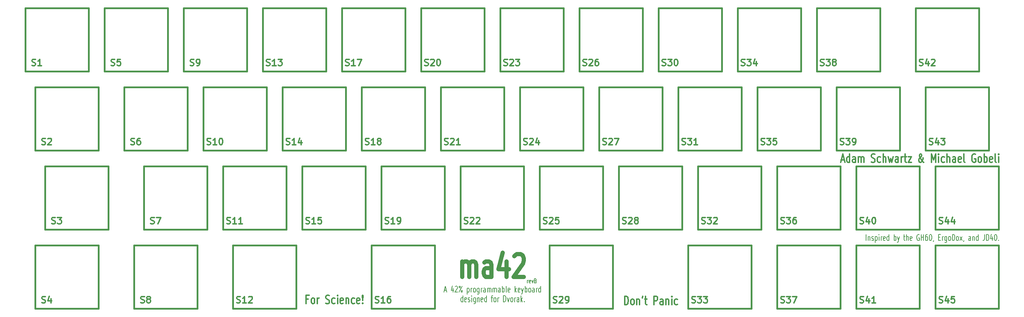
<source format=gto>
G04 (created by PCBNEW (2013-07-07 BZR 4022)-stable) date 7/27/2014 4:03:04 PM*
%MOIN*%
G04 Gerber Fmt 3.4, Leading zero omitted, Abs format*
%FSLAX34Y34*%
G01*
G70*
G90*
G04 APERTURE LIST*
%ADD10C,0.00590551*%
%ADD11C,0.0075*%
%ADD12C,0.012*%
%ADD13C,0.00787402*%
%ADD14C,0.0393701*%
%ADD15C,0.015*%
G04 APERTURE END LIST*
G54D10*
G54D11*
X83885Y-57561D02*
X83885Y-57295D01*
X83885Y-57371D02*
X83900Y-57333D01*
X83914Y-57314D01*
X83942Y-57295D01*
X83971Y-57295D01*
X84185Y-57542D02*
X84157Y-57561D01*
X84100Y-57561D01*
X84071Y-57542D01*
X84057Y-57504D01*
X84057Y-57352D01*
X84071Y-57314D01*
X84100Y-57295D01*
X84157Y-57295D01*
X84185Y-57314D01*
X84200Y-57352D01*
X84200Y-57390D01*
X84057Y-57428D01*
X84300Y-57295D02*
X84371Y-57561D01*
X84442Y-57295D01*
X84657Y-57352D02*
X84700Y-57371D01*
X84714Y-57390D01*
X84728Y-57428D01*
X84728Y-57485D01*
X84714Y-57523D01*
X84700Y-57542D01*
X84671Y-57561D01*
X84557Y-57561D01*
X84557Y-57161D01*
X84657Y-57161D01*
X84685Y-57180D01*
X84700Y-57200D01*
X84714Y-57238D01*
X84714Y-57276D01*
X84700Y-57314D01*
X84685Y-57333D01*
X84657Y-57352D01*
X84557Y-57352D01*
G54D12*
X113628Y-45895D02*
X113914Y-45895D01*
X113571Y-46123D02*
X113771Y-45323D01*
X113971Y-46123D01*
X114428Y-46123D02*
X114428Y-45323D01*
X114428Y-46085D02*
X114371Y-46123D01*
X114257Y-46123D01*
X114200Y-46085D01*
X114171Y-46047D01*
X114142Y-45971D01*
X114142Y-45742D01*
X114171Y-45666D01*
X114200Y-45628D01*
X114257Y-45590D01*
X114371Y-45590D01*
X114428Y-45628D01*
X114971Y-46123D02*
X114971Y-45704D01*
X114942Y-45628D01*
X114885Y-45590D01*
X114771Y-45590D01*
X114714Y-45628D01*
X114971Y-46085D02*
X114914Y-46123D01*
X114771Y-46123D01*
X114714Y-46085D01*
X114685Y-46009D01*
X114685Y-45933D01*
X114714Y-45857D01*
X114771Y-45819D01*
X114914Y-45819D01*
X114971Y-45780D01*
X115257Y-46123D02*
X115257Y-45590D01*
X115257Y-45666D02*
X115285Y-45628D01*
X115342Y-45590D01*
X115428Y-45590D01*
X115485Y-45628D01*
X115514Y-45704D01*
X115514Y-46123D01*
X115514Y-45704D02*
X115542Y-45628D01*
X115600Y-45590D01*
X115685Y-45590D01*
X115742Y-45628D01*
X115771Y-45704D01*
X115771Y-46123D01*
X116485Y-46085D02*
X116571Y-46123D01*
X116714Y-46123D01*
X116771Y-46085D01*
X116800Y-46047D01*
X116828Y-45971D01*
X116828Y-45895D01*
X116800Y-45819D01*
X116771Y-45780D01*
X116714Y-45742D01*
X116600Y-45704D01*
X116542Y-45666D01*
X116514Y-45628D01*
X116485Y-45552D01*
X116485Y-45476D01*
X116514Y-45400D01*
X116542Y-45361D01*
X116600Y-45323D01*
X116742Y-45323D01*
X116828Y-45361D01*
X117342Y-46085D02*
X117285Y-46123D01*
X117171Y-46123D01*
X117114Y-46085D01*
X117085Y-46047D01*
X117057Y-45971D01*
X117057Y-45742D01*
X117085Y-45666D01*
X117114Y-45628D01*
X117171Y-45590D01*
X117285Y-45590D01*
X117342Y-45628D01*
X117600Y-46123D02*
X117600Y-45323D01*
X117857Y-46123D02*
X117857Y-45704D01*
X117828Y-45628D01*
X117771Y-45590D01*
X117685Y-45590D01*
X117628Y-45628D01*
X117600Y-45666D01*
X118085Y-45590D02*
X118200Y-46123D01*
X118314Y-45742D01*
X118428Y-46123D01*
X118542Y-45590D01*
X119028Y-46123D02*
X119028Y-45704D01*
X119000Y-45628D01*
X118942Y-45590D01*
X118828Y-45590D01*
X118771Y-45628D01*
X119028Y-46085D02*
X118971Y-46123D01*
X118828Y-46123D01*
X118771Y-46085D01*
X118742Y-46009D01*
X118742Y-45933D01*
X118771Y-45857D01*
X118828Y-45819D01*
X118971Y-45819D01*
X119028Y-45780D01*
X119314Y-46123D02*
X119314Y-45590D01*
X119314Y-45742D02*
X119342Y-45666D01*
X119371Y-45628D01*
X119428Y-45590D01*
X119485Y-45590D01*
X119600Y-45590D02*
X119828Y-45590D01*
X119685Y-45323D02*
X119685Y-46009D01*
X119714Y-46085D01*
X119771Y-46123D01*
X119828Y-46123D01*
X119971Y-45590D02*
X120285Y-45590D01*
X119971Y-46123D01*
X120285Y-46123D01*
X121457Y-46123D02*
X121428Y-46123D01*
X121371Y-46085D01*
X121285Y-45971D01*
X121142Y-45742D01*
X121085Y-45628D01*
X121057Y-45514D01*
X121057Y-45438D01*
X121085Y-45361D01*
X121142Y-45323D01*
X121171Y-45323D01*
X121228Y-45361D01*
X121257Y-45438D01*
X121257Y-45476D01*
X121228Y-45552D01*
X121200Y-45590D01*
X121028Y-45742D01*
X121000Y-45780D01*
X120971Y-45857D01*
X120971Y-45971D01*
X121000Y-46047D01*
X121028Y-46085D01*
X121085Y-46123D01*
X121171Y-46123D01*
X121228Y-46085D01*
X121257Y-46047D01*
X121342Y-45895D01*
X121371Y-45780D01*
X121371Y-45704D01*
X122171Y-46123D02*
X122171Y-45323D01*
X122371Y-45895D01*
X122571Y-45323D01*
X122571Y-46123D01*
X122857Y-46123D02*
X122857Y-45590D01*
X122857Y-45323D02*
X122828Y-45361D01*
X122857Y-45400D01*
X122885Y-45361D01*
X122857Y-45323D01*
X122857Y-45400D01*
X123400Y-46085D02*
X123342Y-46123D01*
X123228Y-46123D01*
X123171Y-46085D01*
X123142Y-46047D01*
X123114Y-45971D01*
X123114Y-45742D01*
X123142Y-45666D01*
X123171Y-45628D01*
X123228Y-45590D01*
X123342Y-45590D01*
X123400Y-45628D01*
X123657Y-46123D02*
X123657Y-45323D01*
X123914Y-46123D02*
X123914Y-45704D01*
X123885Y-45628D01*
X123828Y-45590D01*
X123742Y-45590D01*
X123685Y-45628D01*
X123657Y-45666D01*
X124457Y-46123D02*
X124457Y-45704D01*
X124428Y-45628D01*
X124371Y-45590D01*
X124257Y-45590D01*
X124200Y-45628D01*
X124457Y-46085D02*
X124400Y-46123D01*
X124257Y-46123D01*
X124200Y-46085D01*
X124171Y-46009D01*
X124171Y-45933D01*
X124200Y-45857D01*
X124257Y-45819D01*
X124400Y-45819D01*
X124457Y-45780D01*
X124971Y-46085D02*
X124914Y-46123D01*
X124800Y-46123D01*
X124742Y-46085D01*
X124714Y-46009D01*
X124714Y-45704D01*
X124742Y-45628D01*
X124800Y-45590D01*
X124914Y-45590D01*
X124971Y-45628D01*
X125000Y-45704D01*
X125000Y-45780D01*
X124714Y-45857D01*
X125342Y-46123D02*
X125285Y-46085D01*
X125257Y-46009D01*
X125257Y-45323D01*
X126342Y-45361D02*
X126285Y-45323D01*
X126200Y-45323D01*
X126114Y-45361D01*
X126057Y-45438D01*
X126028Y-45514D01*
X126000Y-45666D01*
X126000Y-45780D01*
X126028Y-45933D01*
X126057Y-46009D01*
X126114Y-46085D01*
X126200Y-46123D01*
X126257Y-46123D01*
X126342Y-46085D01*
X126371Y-46047D01*
X126371Y-45780D01*
X126257Y-45780D01*
X126714Y-46123D02*
X126657Y-46085D01*
X126628Y-46047D01*
X126600Y-45971D01*
X126600Y-45742D01*
X126628Y-45666D01*
X126657Y-45628D01*
X126714Y-45590D01*
X126800Y-45590D01*
X126857Y-45628D01*
X126885Y-45666D01*
X126914Y-45742D01*
X126914Y-45971D01*
X126885Y-46047D01*
X126857Y-46085D01*
X126800Y-46123D01*
X126714Y-46123D01*
X127171Y-46123D02*
X127171Y-45323D01*
X127171Y-45628D02*
X127228Y-45590D01*
X127342Y-45590D01*
X127400Y-45628D01*
X127428Y-45666D01*
X127457Y-45742D01*
X127457Y-45971D01*
X127428Y-46047D01*
X127400Y-46085D01*
X127342Y-46123D01*
X127228Y-46123D01*
X127171Y-46085D01*
X127942Y-46085D02*
X127885Y-46123D01*
X127771Y-46123D01*
X127714Y-46085D01*
X127685Y-46009D01*
X127685Y-45704D01*
X127714Y-45628D01*
X127771Y-45590D01*
X127885Y-45590D01*
X127942Y-45628D01*
X127971Y-45704D01*
X127971Y-45780D01*
X127685Y-45857D01*
X128314Y-46123D02*
X128257Y-46085D01*
X128228Y-46009D01*
X128228Y-45323D01*
X128542Y-46123D02*
X128542Y-45590D01*
X128542Y-45323D02*
X128514Y-45361D01*
X128542Y-45400D01*
X128571Y-45361D01*
X128542Y-45323D01*
X128542Y-45400D01*
X63128Y-59104D02*
X62928Y-59104D01*
X62928Y-59523D02*
X62928Y-58723D01*
X63214Y-58723D01*
X63528Y-59523D02*
X63471Y-59485D01*
X63442Y-59447D01*
X63414Y-59371D01*
X63414Y-59142D01*
X63442Y-59066D01*
X63471Y-59028D01*
X63528Y-58990D01*
X63614Y-58990D01*
X63671Y-59028D01*
X63700Y-59066D01*
X63728Y-59142D01*
X63728Y-59371D01*
X63700Y-59447D01*
X63671Y-59485D01*
X63614Y-59523D01*
X63528Y-59523D01*
X63985Y-59523D02*
X63985Y-58990D01*
X63985Y-59142D02*
X64014Y-59066D01*
X64042Y-59028D01*
X64100Y-58990D01*
X64157Y-58990D01*
X64785Y-59485D02*
X64871Y-59523D01*
X65014Y-59523D01*
X65071Y-59485D01*
X65100Y-59447D01*
X65128Y-59371D01*
X65128Y-59295D01*
X65100Y-59219D01*
X65071Y-59180D01*
X65014Y-59142D01*
X64900Y-59104D01*
X64842Y-59066D01*
X64814Y-59028D01*
X64785Y-58952D01*
X64785Y-58876D01*
X64814Y-58800D01*
X64842Y-58761D01*
X64900Y-58723D01*
X65042Y-58723D01*
X65128Y-58761D01*
X65642Y-59485D02*
X65585Y-59523D01*
X65471Y-59523D01*
X65414Y-59485D01*
X65385Y-59447D01*
X65357Y-59371D01*
X65357Y-59142D01*
X65385Y-59066D01*
X65414Y-59028D01*
X65471Y-58990D01*
X65585Y-58990D01*
X65642Y-59028D01*
X65900Y-59523D02*
X65900Y-58990D01*
X65900Y-58723D02*
X65871Y-58761D01*
X65900Y-58800D01*
X65928Y-58761D01*
X65900Y-58723D01*
X65900Y-58800D01*
X66414Y-59485D02*
X66357Y-59523D01*
X66242Y-59523D01*
X66185Y-59485D01*
X66157Y-59409D01*
X66157Y-59104D01*
X66185Y-59028D01*
X66242Y-58990D01*
X66357Y-58990D01*
X66414Y-59028D01*
X66442Y-59104D01*
X66442Y-59180D01*
X66157Y-59257D01*
X66700Y-58990D02*
X66700Y-59523D01*
X66700Y-59066D02*
X66728Y-59028D01*
X66785Y-58990D01*
X66871Y-58990D01*
X66928Y-59028D01*
X66957Y-59104D01*
X66957Y-59523D01*
X67500Y-59485D02*
X67442Y-59523D01*
X67328Y-59523D01*
X67271Y-59485D01*
X67242Y-59447D01*
X67214Y-59371D01*
X67214Y-59142D01*
X67242Y-59066D01*
X67271Y-59028D01*
X67328Y-58990D01*
X67442Y-58990D01*
X67500Y-59028D01*
X67985Y-59485D02*
X67928Y-59523D01*
X67814Y-59523D01*
X67757Y-59485D01*
X67728Y-59409D01*
X67728Y-59104D01*
X67757Y-59028D01*
X67814Y-58990D01*
X67928Y-58990D01*
X67985Y-59028D01*
X68014Y-59104D01*
X68014Y-59180D01*
X67728Y-59257D01*
X68271Y-59447D02*
X68300Y-59485D01*
X68271Y-59523D01*
X68242Y-59485D01*
X68271Y-59447D01*
X68271Y-59523D01*
X68271Y-59219D02*
X68242Y-58761D01*
X68271Y-58723D01*
X68300Y-58761D01*
X68271Y-59219D01*
X68271Y-58723D01*
X93114Y-59623D02*
X93114Y-58823D01*
X93257Y-58823D01*
X93342Y-58861D01*
X93400Y-58938D01*
X93428Y-59014D01*
X93457Y-59166D01*
X93457Y-59280D01*
X93428Y-59433D01*
X93400Y-59509D01*
X93342Y-59585D01*
X93257Y-59623D01*
X93114Y-59623D01*
X93800Y-59623D02*
X93742Y-59585D01*
X93714Y-59547D01*
X93685Y-59471D01*
X93685Y-59242D01*
X93714Y-59166D01*
X93742Y-59128D01*
X93800Y-59090D01*
X93885Y-59090D01*
X93942Y-59128D01*
X93971Y-59166D01*
X94000Y-59242D01*
X94000Y-59471D01*
X93971Y-59547D01*
X93942Y-59585D01*
X93885Y-59623D01*
X93800Y-59623D01*
X94257Y-59090D02*
X94257Y-59623D01*
X94257Y-59166D02*
X94285Y-59128D01*
X94342Y-59090D01*
X94428Y-59090D01*
X94485Y-59128D01*
X94514Y-59204D01*
X94514Y-59623D01*
X94828Y-58823D02*
X94771Y-58976D01*
X95000Y-59090D02*
X95228Y-59090D01*
X95085Y-58823D02*
X95085Y-59509D01*
X95114Y-59585D01*
X95171Y-59623D01*
X95228Y-59623D01*
X95885Y-59623D02*
X95885Y-58823D01*
X96114Y-58823D01*
X96171Y-58861D01*
X96200Y-58900D01*
X96228Y-58976D01*
X96228Y-59090D01*
X96200Y-59166D01*
X96171Y-59204D01*
X96114Y-59242D01*
X95885Y-59242D01*
X96742Y-59623D02*
X96742Y-59204D01*
X96714Y-59128D01*
X96657Y-59090D01*
X96542Y-59090D01*
X96485Y-59128D01*
X96742Y-59585D02*
X96685Y-59623D01*
X96542Y-59623D01*
X96485Y-59585D01*
X96457Y-59509D01*
X96457Y-59433D01*
X96485Y-59357D01*
X96542Y-59319D01*
X96685Y-59319D01*
X96742Y-59280D01*
X97028Y-59090D02*
X97028Y-59623D01*
X97028Y-59166D02*
X97057Y-59128D01*
X97114Y-59090D01*
X97200Y-59090D01*
X97257Y-59128D01*
X97285Y-59204D01*
X97285Y-59623D01*
X97571Y-59623D02*
X97571Y-59090D01*
X97571Y-58823D02*
X97542Y-58861D01*
X97571Y-58900D01*
X97600Y-58861D01*
X97571Y-58823D01*
X97571Y-58900D01*
X98114Y-59585D02*
X98057Y-59623D01*
X97942Y-59623D01*
X97885Y-59585D01*
X97857Y-59547D01*
X97828Y-59471D01*
X97828Y-59242D01*
X97857Y-59166D01*
X97885Y-59128D01*
X97942Y-59090D01*
X98057Y-59090D01*
X98114Y-59128D01*
G54D13*
X76034Y-58270D02*
X76222Y-58270D01*
X75997Y-58439D02*
X76128Y-57848D01*
X76259Y-58439D01*
X76859Y-58045D02*
X76859Y-58439D01*
X76766Y-57820D02*
X76672Y-58242D01*
X76916Y-58242D01*
X77047Y-57904D02*
X77066Y-57876D01*
X77103Y-57848D01*
X77197Y-57848D01*
X77234Y-57876D01*
X77253Y-57904D01*
X77272Y-57960D01*
X77272Y-58017D01*
X77253Y-58101D01*
X77028Y-58439D01*
X77272Y-58439D01*
X77422Y-58439D02*
X77722Y-57848D01*
X77478Y-57848D02*
X77516Y-57876D01*
X77534Y-57932D01*
X77516Y-57989D01*
X77478Y-58017D01*
X77441Y-57989D01*
X77422Y-57932D01*
X77441Y-57876D01*
X77478Y-57848D01*
X77703Y-58410D02*
X77722Y-58354D01*
X77703Y-58298D01*
X77665Y-58270D01*
X77628Y-58298D01*
X77609Y-58354D01*
X77628Y-58410D01*
X77665Y-58439D01*
X77703Y-58410D01*
X78190Y-58045D02*
X78190Y-58635D01*
X78190Y-58073D02*
X78228Y-58045D01*
X78303Y-58045D01*
X78340Y-58073D01*
X78359Y-58101D01*
X78378Y-58157D01*
X78378Y-58326D01*
X78359Y-58382D01*
X78340Y-58410D01*
X78303Y-58439D01*
X78228Y-58439D01*
X78190Y-58410D01*
X78547Y-58439D02*
X78547Y-58045D01*
X78547Y-58157D02*
X78565Y-58101D01*
X78584Y-58073D01*
X78622Y-58045D01*
X78659Y-58045D01*
X78847Y-58439D02*
X78809Y-58410D01*
X78790Y-58382D01*
X78772Y-58326D01*
X78772Y-58157D01*
X78790Y-58101D01*
X78809Y-58073D01*
X78847Y-58045D01*
X78903Y-58045D01*
X78940Y-58073D01*
X78959Y-58101D01*
X78978Y-58157D01*
X78978Y-58326D01*
X78959Y-58382D01*
X78940Y-58410D01*
X78903Y-58439D01*
X78847Y-58439D01*
X79315Y-58045D02*
X79315Y-58523D01*
X79297Y-58579D01*
X79278Y-58607D01*
X79240Y-58635D01*
X79184Y-58635D01*
X79147Y-58607D01*
X79315Y-58410D02*
X79278Y-58439D01*
X79203Y-58439D01*
X79165Y-58410D01*
X79147Y-58382D01*
X79128Y-58326D01*
X79128Y-58157D01*
X79147Y-58101D01*
X79165Y-58073D01*
X79203Y-58045D01*
X79278Y-58045D01*
X79315Y-58073D01*
X79503Y-58439D02*
X79503Y-58045D01*
X79503Y-58157D02*
X79522Y-58101D01*
X79540Y-58073D01*
X79578Y-58045D01*
X79615Y-58045D01*
X79915Y-58439D02*
X79915Y-58129D01*
X79896Y-58073D01*
X79859Y-58045D01*
X79784Y-58045D01*
X79746Y-58073D01*
X79915Y-58410D02*
X79878Y-58439D01*
X79784Y-58439D01*
X79746Y-58410D01*
X79728Y-58354D01*
X79728Y-58298D01*
X79746Y-58242D01*
X79784Y-58214D01*
X79878Y-58214D01*
X79915Y-58185D01*
X80103Y-58439D02*
X80103Y-58045D01*
X80103Y-58101D02*
X80121Y-58073D01*
X80159Y-58045D01*
X80215Y-58045D01*
X80253Y-58073D01*
X80271Y-58129D01*
X80271Y-58439D01*
X80271Y-58129D02*
X80290Y-58073D01*
X80328Y-58045D01*
X80384Y-58045D01*
X80421Y-58073D01*
X80440Y-58129D01*
X80440Y-58439D01*
X80628Y-58439D02*
X80628Y-58045D01*
X80628Y-58101D02*
X80646Y-58073D01*
X80684Y-58045D01*
X80740Y-58045D01*
X80778Y-58073D01*
X80796Y-58129D01*
X80796Y-58439D01*
X80796Y-58129D02*
X80815Y-58073D01*
X80853Y-58045D01*
X80909Y-58045D01*
X80946Y-58073D01*
X80965Y-58129D01*
X80965Y-58439D01*
X81321Y-58439D02*
X81321Y-58129D01*
X81303Y-58073D01*
X81265Y-58045D01*
X81190Y-58045D01*
X81153Y-58073D01*
X81321Y-58410D02*
X81284Y-58439D01*
X81190Y-58439D01*
X81153Y-58410D01*
X81134Y-58354D01*
X81134Y-58298D01*
X81153Y-58242D01*
X81190Y-58214D01*
X81284Y-58214D01*
X81321Y-58185D01*
X81509Y-58439D02*
X81509Y-57848D01*
X81509Y-58073D02*
X81546Y-58045D01*
X81621Y-58045D01*
X81659Y-58073D01*
X81677Y-58101D01*
X81696Y-58157D01*
X81696Y-58326D01*
X81677Y-58382D01*
X81659Y-58410D01*
X81621Y-58439D01*
X81546Y-58439D01*
X81509Y-58410D01*
X81921Y-58439D02*
X81884Y-58410D01*
X81865Y-58354D01*
X81865Y-57848D01*
X82221Y-58410D02*
X82184Y-58439D01*
X82109Y-58439D01*
X82071Y-58410D01*
X82052Y-58354D01*
X82052Y-58129D01*
X82071Y-58073D01*
X82109Y-58045D01*
X82184Y-58045D01*
X82221Y-58073D01*
X82240Y-58129D01*
X82240Y-58185D01*
X82052Y-58242D01*
X82709Y-58439D02*
X82709Y-57848D01*
X82746Y-58214D02*
X82859Y-58439D01*
X82859Y-58045D02*
X82709Y-58270D01*
X83177Y-58410D02*
X83140Y-58439D01*
X83065Y-58439D01*
X83027Y-58410D01*
X83009Y-58354D01*
X83009Y-58129D01*
X83027Y-58073D01*
X83065Y-58045D01*
X83140Y-58045D01*
X83177Y-58073D01*
X83196Y-58129D01*
X83196Y-58185D01*
X83009Y-58242D01*
X83327Y-58045D02*
X83421Y-58439D01*
X83515Y-58045D02*
X83421Y-58439D01*
X83384Y-58579D01*
X83365Y-58607D01*
X83327Y-58635D01*
X83665Y-58439D02*
X83665Y-57848D01*
X83665Y-58073D02*
X83702Y-58045D01*
X83777Y-58045D01*
X83815Y-58073D01*
X83833Y-58101D01*
X83852Y-58157D01*
X83852Y-58326D01*
X83833Y-58382D01*
X83815Y-58410D01*
X83777Y-58439D01*
X83702Y-58439D01*
X83665Y-58410D01*
X84077Y-58439D02*
X84040Y-58410D01*
X84021Y-58382D01*
X84002Y-58326D01*
X84002Y-58157D01*
X84021Y-58101D01*
X84040Y-58073D01*
X84077Y-58045D01*
X84133Y-58045D01*
X84171Y-58073D01*
X84190Y-58101D01*
X84208Y-58157D01*
X84208Y-58326D01*
X84190Y-58382D01*
X84171Y-58410D01*
X84133Y-58439D01*
X84077Y-58439D01*
X84546Y-58439D02*
X84546Y-58129D01*
X84527Y-58073D01*
X84490Y-58045D01*
X84415Y-58045D01*
X84377Y-58073D01*
X84546Y-58410D02*
X84508Y-58439D01*
X84415Y-58439D01*
X84377Y-58410D01*
X84358Y-58354D01*
X84358Y-58298D01*
X84377Y-58242D01*
X84415Y-58214D01*
X84508Y-58214D01*
X84546Y-58185D01*
X84733Y-58439D02*
X84733Y-58045D01*
X84733Y-58157D02*
X84752Y-58101D01*
X84771Y-58073D01*
X84808Y-58045D01*
X84846Y-58045D01*
X85146Y-58439D02*
X85146Y-57848D01*
X85146Y-58410D02*
X85108Y-58439D01*
X85033Y-58439D01*
X84996Y-58410D01*
X84977Y-58382D01*
X84958Y-58326D01*
X84958Y-58157D01*
X84977Y-58101D01*
X84996Y-58073D01*
X85033Y-58045D01*
X85108Y-58045D01*
X85146Y-58073D01*
X77769Y-59344D02*
X77769Y-58753D01*
X77769Y-59316D02*
X77731Y-59344D01*
X77656Y-59344D01*
X77619Y-59316D01*
X77600Y-59288D01*
X77581Y-59232D01*
X77581Y-59063D01*
X77600Y-59007D01*
X77619Y-58978D01*
X77656Y-58950D01*
X77731Y-58950D01*
X77769Y-58978D01*
X78106Y-59316D02*
X78069Y-59344D01*
X77994Y-59344D01*
X77956Y-59316D01*
X77937Y-59260D01*
X77937Y-59035D01*
X77956Y-58978D01*
X77994Y-58950D01*
X78069Y-58950D01*
X78106Y-58978D01*
X78125Y-59035D01*
X78125Y-59091D01*
X77937Y-59147D01*
X78275Y-59316D02*
X78312Y-59344D01*
X78387Y-59344D01*
X78425Y-59316D01*
X78444Y-59260D01*
X78444Y-59232D01*
X78425Y-59175D01*
X78387Y-59147D01*
X78331Y-59147D01*
X78294Y-59119D01*
X78275Y-59063D01*
X78275Y-59035D01*
X78294Y-58978D01*
X78331Y-58950D01*
X78387Y-58950D01*
X78425Y-58978D01*
X78612Y-59344D02*
X78612Y-58950D01*
X78612Y-58753D02*
X78594Y-58782D01*
X78612Y-58810D01*
X78631Y-58782D01*
X78612Y-58753D01*
X78612Y-58810D01*
X78968Y-58950D02*
X78968Y-59428D01*
X78950Y-59485D01*
X78931Y-59513D01*
X78893Y-59541D01*
X78837Y-59541D01*
X78800Y-59513D01*
X78968Y-59316D02*
X78931Y-59344D01*
X78856Y-59344D01*
X78818Y-59316D01*
X78800Y-59288D01*
X78781Y-59232D01*
X78781Y-59063D01*
X78800Y-59007D01*
X78818Y-58978D01*
X78856Y-58950D01*
X78931Y-58950D01*
X78968Y-58978D01*
X79156Y-58950D02*
X79156Y-59344D01*
X79156Y-59007D02*
X79175Y-58978D01*
X79212Y-58950D01*
X79268Y-58950D01*
X79306Y-58978D01*
X79325Y-59035D01*
X79325Y-59344D01*
X79662Y-59316D02*
X79625Y-59344D01*
X79550Y-59344D01*
X79512Y-59316D01*
X79493Y-59260D01*
X79493Y-59035D01*
X79512Y-58978D01*
X79550Y-58950D01*
X79625Y-58950D01*
X79662Y-58978D01*
X79681Y-59035D01*
X79681Y-59091D01*
X79493Y-59147D01*
X80018Y-59344D02*
X80018Y-58753D01*
X80018Y-59316D02*
X79981Y-59344D01*
X79906Y-59344D01*
X79868Y-59316D01*
X79850Y-59288D01*
X79831Y-59232D01*
X79831Y-59063D01*
X79850Y-59007D01*
X79868Y-58978D01*
X79906Y-58950D01*
X79981Y-58950D01*
X80018Y-58978D01*
X80450Y-58950D02*
X80599Y-58950D01*
X80506Y-59344D02*
X80506Y-58838D01*
X80525Y-58782D01*
X80562Y-58753D01*
X80599Y-58753D01*
X80787Y-59344D02*
X80749Y-59316D01*
X80731Y-59288D01*
X80712Y-59232D01*
X80712Y-59063D01*
X80731Y-59007D01*
X80749Y-58978D01*
X80787Y-58950D01*
X80843Y-58950D01*
X80881Y-58978D01*
X80899Y-59007D01*
X80918Y-59063D01*
X80918Y-59232D01*
X80899Y-59288D01*
X80881Y-59316D01*
X80843Y-59344D01*
X80787Y-59344D01*
X81087Y-59344D02*
X81087Y-58950D01*
X81087Y-59063D02*
X81106Y-59007D01*
X81124Y-58978D01*
X81162Y-58950D01*
X81199Y-58950D01*
X81631Y-59344D02*
X81631Y-58753D01*
X81724Y-58753D01*
X81781Y-58782D01*
X81818Y-58838D01*
X81837Y-58894D01*
X81856Y-59007D01*
X81856Y-59091D01*
X81837Y-59203D01*
X81818Y-59260D01*
X81781Y-59316D01*
X81724Y-59344D01*
X81631Y-59344D01*
X81987Y-58950D02*
X82081Y-59344D01*
X82174Y-58950D01*
X82381Y-59344D02*
X82343Y-59316D01*
X82324Y-59288D01*
X82306Y-59232D01*
X82306Y-59063D01*
X82324Y-59007D01*
X82343Y-58978D01*
X82381Y-58950D01*
X82437Y-58950D01*
X82474Y-58978D01*
X82493Y-59007D01*
X82512Y-59063D01*
X82512Y-59232D01*
X82493Y-59288D01*
X82474Y-59316D01*
X82437Y-59344D01*
X82381Y-59344D01*
X82680Y-59344D02*
X82680Y-58950D01*
X82680Y-59063D02*
X82699Y-59007D01*
X82718Y-58978D01*
X82755Y-58950D01*
X82793Y-58950D01*
X83093Y-59344D02*
X83093Y-59035D01*
X83074Y-58978D01*
X83037Y-58950D01*
X82962Y-58950D01*
X82924Y-58978D01*
X83093Y-59316D02*
X83055Y-59344D01*
X82962Y-59344D01*
X82924Y-59316D01*
X82905Y-59260D01*
X82905Y-59203D01*
X82924Y-59147D01*
X82962Y-59119D01*
X83055Y-59119D01*
X83093Y-59091D01*
X83280Y-59344D02*
X83280Y-58753D01*
X83318Y-59119D02*
X83430Y-59344D01*
X83430Y-58950D02*
X83280Y-59175D01*
X83599Y-59288D02*
X83618Y-59316D01*
X83599Y-59344D01*
X83580Y-59316D01*
X83599Y-59288D01*
X83599Y-59344D01*
G54D14*
X77712Y-56976D02*
X77712Y-55532D01*
X77712Y-55739D02*
X77787Y-55635D01*
X77937Y-55532D01*
X78162Y-55532D01*
X78312Y-55635D01*
X78387Y-55842D01*
X78387Y-56976D01*
X78387Y-55842D02*
X78462Y-55635D01*
X78612Y-55532D01*
X78837Y-55532D01*
X78987Y-55635D01*
X79062Y-55842D01*
X79062Y-56976D01*
X80487Y-56976D02*
X80487Y-55842D01*
X80412Y-55635D01*
X80262Y-55532D01*
X79962Y-55532D01*
X79812Y-55635D01*
X80487Y-56873D02*
X80337Y-56976D01*
X79962Y-56976D01*
X79812Y-56873D01*
X79737Y-56667D01*
X79737Y-56460D01*
X79812Y-56254D01*
X79962Y-56151D01*
X80337Y-56151D01*
X80487Y-56048D01*
X81912Y-55532D02*
X81912Y-56976D01*
X81537Y-54707D02*
X81162Y-56254D01*
X82137Y-56254D01*
X82662Y-55017D02*
X82737Y-54914D01*
X82887Y-54811D01*
X83262Y-54811D01*
X83412Y-54914D01*
X83487Y-55017D01*
X83562Y-55223D01*
X83562Y-55429D01*
X83487Y-55739D01*
X82587Y-56976D01*
X83562Y-56976D01*
G54D13*
X115993Y-53539D02*
X115993Y-52948D01*
X116181Y-53145D02*
X116181Y-53539D01*
X116181Y-53201D02*
X116199Y-53173D01*
X116237Y-53145D01*
X116293Y-53145D01*
X116331Y-53173D01*
X116349Y-53229D01*
X116349Y-53539D01*
X116518Y-53510D02*
X116556Y-53539D01*
X116631Y-53539D01*
X116668Y-53510D01*
X116687Y-53454D01*
X116687Y-53426D01*
X116668Y-53370D01*
X116631Y-53342D01*
X116574Y-53342D01*
X116537Y-53314D01*
X116518Y-53257D01*
X116518Y-53229D01*
X116537Y-53173D01*
X116574Y-53145D01*
X116631Y-53145D01*
X116668Y-53173D01*
X116856Y-53145D02*
X116856Y-53735D01*
X116856Y-53173D02*
X116893Y-53145D01*
X116968Y-53145D01*
X117006Y-53173D01*
X117024Y-53201D01*
X117043Y-53257D01*
X117043Y-53426D01*
X117024Y-53482D01*
X117006Y-53510D01*
X116968Y-53539D01*
X116893Y-53539D01*
X116856Y-53510D01*
X117212Y-53539D02*
X117212Y-53145D01*
X117212Y-52948D02*
X117193Y-52976D01*
X117212Y-53004D01*
X117231Y-52976D01*
X117212Y-52948D01*
X117212Y-53004D01*
X117399Y-53539D02*
X117399Y-53145D01*
X117399Y-53257D02*
X117418Y-53201D01*
X117437Y-53173D01*
X117474Y-53145D01*
X117512Y-53145D01*
X117793Y-53510D02*
X117756Y-53539D01*
X117681Y-53539D01*
X117643Y-53510D01*
X117624Y-53454D01*
X117624Y-53229D01*
X117643Y-53173D01*
X117681Y-53145D01*
X117756Y-53145D01*
X117793Y-53173D01*
X117812Y-53229D01*
X117812Y-53285D01*
X117624Y-53342D01*
X118149Y-53539D02*
X118149Y-52948D01*
X118149Y-53510D02*
X118112Y-53539D01*
X118037Y-53539D01*
X117999Y-53510D01*
X117980Y-53482D01*
X117962Y-53426D01*
X117962Y-53257D01*
X117980Y-53201D01*
X117999Y-53173D01*
X118037Y-53145D01*
X118112Y-53145D01*
X118149Y-53173D01*
X118637Y-53539D02*
X118637Y-52948D01*
X118637Y-53173D02*
X118674Y-53145D01*
X118749Y-53145D01*
X118787Y-53173D01*
X118805Y-53201D01*
X118824Y-53257D01*
X118824Y-53426D01*
X118805Y-53482D01*
X118787Y-53510D01*
X118749Y-53539D01*
X118674Y-53539D01*
X118637Y-53510D01*
X118955Y-53145D02*
X119049Y-53539D01*
X119143Y-53145D02*
X119049Y-53539D01*
X119012Y-53679D01*
X118993Y-53707D01*
X118955Y-53735D01*
X119537Y-53145D02*
X119687Y-53145D01*
X119593Y-52948D02*
X119593Y-53454D01*
X119612Y-53510D01*
X119649Y-53539D01*
X119687Y-53539D01*
X119818Y-53539D02*
X119818Y-52948D01*
X119986Y-53539D02*
X119986Y-53229D01*
X119968Y-53173D01*
X119930Y-53145D01*
X119874Y-53145D01*
X119837Y-53173D01*
X119818Y-53201D01*
X120324Y-53510D02*
X120286Y-53539D01*
X120211Y-53539D01*
X120174Y-53510D01*
X120155Y-53454D01*
X120155Y-53229D01*
X120174Y-53173D01*
X120211Y-53145D01*
X120286Y-53145D01*
X120324Y-53173D01*
X120343Y-53229D01*
X120343Y-53285D01*
X120155Y-53342D01*
X121018Y-52976D02*
X120980Y-52948D01*
X120924Y-52948D01*
X120868Y-52976D01*
X120830Y-53032D01*
X120811Y-53089D01*
X120793Y-53201D01*
X120793Y-53285D01*
X120811Y-53398D01*
X120830Y-53454D01*
X120868Y-53510D01*
X120924Y-53539D01*
X120961Y-53539D01*
X121018Y-53510D01*
X121036Y-53482D01*
X121036Y-53285D01*
X120961Y-53285D01*
X121205Y-53539D02*
X121205Y-52948D01*
X121205Y-53229D02*
X121430Y-53229D01*
X121430Y-53539D02*
X121430Y-52948D01*
X121786Y-52948D02*
X121711Y-52948D01*
X121674Y-52976D01*
X121655Y-53004D01*
X121618Y-53089D01*
X121599Y-53201D01*
X121599Y-53426D01*
X121618Y-53482D01*
X121636Y-53510D01*
X121674Y-53539D01*
X121749Y-53539D01*
X121786Y-53510D01*
X121805Y-53482D01*
X121824Y-53426D01*
X121824Y-53285D01*
X121805Y-53229D01*
X121786Y-53201D01*
X121749Y-53173D01*
X121674Y-53173D01*
X121636Y-53201D01*
X121618Y-53229D01*
X121599Y-53285D01*
X122067Y-52948D02*
X122105Y-52948D01*
X122142Y-52976D01*
X122161Y-53004D01*
X122180Y-53060D01*
X122199Y-53173D01*
X122199Y-53314D01*
X122180Y-53426D01*
X122161Y-53482D01*
X122142Y-53510D01*
X122105Y-53539D01*
X122067Y-53539D01*
X122030Y-53510D01*
X122011Y-53482D01*
X121992Y-53426D01*
X121974Y-53314D01*
X121974Y-53173D01*
X121992Y-53060D01*
X122011Y-53004D01*
X122030Y-52976D01*
X122067Y-52948D01*
X122386Y-53510D02*
X122386Y-53539D01*
X122367Y-53595D01*
X122349Y-53623D01*
X122855Y-53229D02*
X122986Y-53229D01*
X123042Y-53539D02*
X122855Y-53539D01*
X122855Y-52948D01*
X123042Y-52948D01*
X123211Y-53539D02*
X123211Y-53145D01*
X123211Y-53257D02*
X123230Y-53201D01*
X123249Y-53173D01*
X123286Y-53145D01*
X123324Y-53145D01*
X123624Y-53145D02*
X123624Y-53623D01*
X123605Y-53679D01*
X123586Y-53707D01*
X123549Y-53735D01*
X123492Y-53735D01*
X123455Y-53707D01*
X123624Y-53510D02*
X123586Y-53539D01*
X123511Y-53539D01*
X123474Y-53510D01*
X123455Y-53482D01*
X123436Y-53426D01*
X123436Y-53257D01*
X123455Y-53201D01*
X123474Y-53173D01*
X123511Y-53145D01*
X123586Y-53145D01*
X123624Y-53173D01*
X123867Y-53539D02*
X123830Y-53510D01*
X123811Y-53482D01*
X123792Y-53426D01*
X123792Y-53257D01*
X123811Y-53201D01*
X123830Y-53173D01*
X123867Y-53145D01*
X123923Y-53145D01*
X123961Y-53173D01*
X123980Y-53201D01*
X123998Y-53257D01*
X123998Y-53426D01*
X123980Y-53482D01*
X123961Y-53510D01*
X123923Y-53539D01*
X123867Y-53539D01*
X124167Y-53539D02*
X124167Y-52948D01*
X124261Y-52948D01*
X124317Y-52976D01*
X124355Y-53032D01*
X124373Y-53089D01*
X124392Y-53201D01*
X124392Y-53285D01*
X124373Y-53398D01*
X124355Y-53454D01*
X124317Y-53510D01*
X124261Y-53539D01*
X124167Y-53539D01*
X124617Y-53539D02*
X124580Y-53510D01*
X124561Y-53482D01*
X124542Y-53426D01*
X124542Y-53257D01*
X124561Y-53201D01*
X124580Y-53173D01*
X124617Y-53145D01*
X124673Y-53145D01*
X124711Y-53173D01*
X124730Y-53201D01*
X124748Y-53257D01*
X124748Y-53426D01*
X124730Y-53482D01*
X124711Y-53510D01*
X124673Y-53539D01*
X124617Y-53539D01*
X124880Y-53539D02*
X125086Y-53145D01*
X124880Y-53145D02*
X125086Y-53539D01*
X125255Y-53510D02*
X125255Y-53539D01*
X125236Y-53595D01*
X125217Y-53623D01*
X125892Y-53539D02*
X125892Y-53229D01*
X125873Y-53173D01*
X125836Y-53145D01*
X125761Y-53145D01*
X125723Y-53173D01*
X125892Y-53510D02*
X125855Y-53539D01*
X125761Y-53539D01*
X125723Y-53510D01*
X125705Y-53454D01*
X125705Y-53398D01*
X125723Y-53342D01*
X125761Y-53314D01*
X125855Y-53314D01*
X125892Y-53285D01*
X126079Y-53145D02*
X126079Y-53539D01*
X126079Y-53201D02*
X126098Y-53173D01*
X126136Y-53145D01*
X126192Y-53145D01*
X126229Y-53173D01*
X126248Y-53229D01*
X126248Y-53539D01*
X126604Y-53539D02*
X126604Y-52948D01*
X126604Y-53510D02*
X126567Y-53539D01*
X126492Y-53539D01*
X126454Y-53510D01*
X126436Y-53482D01*
X126417Y-53426D01*
X126417Y-53257D01*
X126436Y-53201D01*
X126454Y-53173D01*
X126492Y-53145D01*
X126567Y-53145D01*
X126604Y-53173D01*
X127204Y-52948D02*
X127204Y-53370D01*
X127186Y-53454D01*
X127148Y-53510D01*
X127092Y-53539D01*
X127054Y-53539D01*
X127392Y-53539D02*
X127392Y-52948D01*
X127486Y-52948D01*
X127542Y-52976D01*
X127579Y-53032D01*
X127598Y-53089D01*
X127617Y-53201D01*
X127617Y-53285D01*
X127598Y-53398D01*
X127579Y-53454D01*
X127542Y-53510D01*
X127486Y-53539D01*
X127392Y-53539D01*
X127954Y-53145D02*
X127954Y-53539D01*
X127861Y-52920D02*
X127767Y-53342D01*
X128010Y-53342D01*
X128235Y-52948D02*
X128273Y-52948D01*
X128310Y-52976D01*
X128329Y-53004D01*
X128348Y-53060D01*
X128367Y-53173D01*
X128367Y-53314D01*
X128348Y-53426D01*
X128329Y-53482D01*
X128310Y-53510D01*
X128273Y-53539D01*
X128235Y-53539D01*
X128198Y-53510D01*
X128179Y-53482D01*
X128160Y-53426D01*
X128142Y-53314D01*
X128142Y-53173D01*
X128160Y-53060D01*
X128179Y-53004D01*
X128198Y-52976D01*
X128235Y-52948D01*
X128535Y-53482D02*
X128554Y-53510D01*
X128535Y-53539D01*
X128517Y-53510D01*
X128535Y-53482D01*
X128535Y-53539D01*
G54D15*
X122550Y-54000D02*
X128550Y-54000D01*
X128550Y-54000D02*
X128550Y-60000D01*
X128550Y-60000D02*
X122550Y-60000D01*
X122550Y-60000D02*
X122550Y-54000D01*
X68175Y-39000D02*
X74175Y-39000D01*
X74175Y-39000D02*
X74175Y-45000D01*
X74175Y-45000D02*
X68175Y-45000D01*
X68175Y-45000D02*
X68175Y-39000D01*
X77550Y-46500D02*
X83550Y-46500D01*
X83550Y-46500D02*
X83550Y-52500D01*
X83550Y-52500D02*
X77550Y-52500D01*
X77550Y-52500D02*
X77550Y-46500D01*
X88800Y-31500D02*
X94800Y-31500D01*
X94800Y-31500D02*
X94800Y-37500D01*
X94800Y-37500D02*
X88800Y-37500D01*
X88800Y-37500D02*
X88800Y-31500D01*
X69112Y-54000D02*
X75112Y-54000D01*
X75112Y-54000D02*
X75112Y-60000D01*
X75112Y-60000D02*
X69112Y-60000D01*
X69112Y-60000D02*
X69112Y-54000D01*
X96300Y-31500D02*
X102300Y-31500D01*
X102300Y-31500D02*
X102300Y-37500D01*
X102300Y-37500D02*
X96300Y-37500D01*
X96300Y-37500D02*
X96300Y-31500D01*
X103800Y-31500D02*
X109800Y-31500D01*
X109800Y-31500D02*
X109800Y-37500D01*
X109800Y-37500D02*
X103800Y-37500D01*
X103800Y-37500D02*
X103800Y-31500D01*
X107550Y-54000D02*
X113550Y-54000D01*
X113550Y-54000D02*
X113550Y-60000D01*
X113550Y-60000D02*
X107550Y-60000D01*
X107550Y-60000D02*
X107550Y-54000D01*
X115050Y-46500D02*
X121050Y-46500D01*
X121050Y-46500D02*
X121050Y-52500D01*
X121050Y-52500D02*
X115050Y-52500D01*
X115050Y-52500D02*
X115050Y-46500D01*
X47550Y-46500D02*
X53550Y-46500D01*
X53550Y-46500D02*
X53550Y-52500D01*
X53550Y-52500D02*
X47550Y-52500D01*
X47550Y-52500D02*
X47550Y-46500D01*
X55050Y-46500D02*
X61050Y-46500D01*
X61050Y-46500D02*
X61050Y-52500D01*
X61050Y-52500D02*
X55050Y-52500D01*
X55050Y-52500D02*
X55050Y-46500D01*
X62550Y-46500D02*
X68550Y-46500D01*
X68550Y-46500D02*
X68550Y-52500D01*
X68550Y-52500D02*
X62550Y-52500D01*
X62550Y-52500D02*
X62550Y-46500D01*
X70050Y-46500D02*
X76050Y-46500D01*
X76050Y-46500D02*
X76050Y-52500D01*
X76050Y-52500D02*
X70050Y-52500D01*
X70050Y-52500D02*
X70050Y-46500D01*
X60675Y-39000D02*
X66675Y-39000D01*
X66675Y-39000D02*
X66675Y-45000D01*
X66675Y-45000D02*
X60675Y-45000D01*
X60675Y-45000D02*
X60675Y-39000D01*
X90675Y-39000D02*
X96675Y-39000D01*
X96675Y-39000D02*
X96675Y-45000D01*
X96675Y-45000D02*
X90675Y-45000D01*
X90675Y-45000D02*
X90675Y-39000D01*
X98175Y-39000D02*
X104175Y-39000D01*
X104175Y-39000D02*
X104175Y-45000D01*
X104175Y-45000D02*
X98175Y-45000D01*
X98175Y-45000D02*
X98175Y-39000D01*
X105675Y-39000D02*
X111675Y-39000D01*
X111675Y-39000D02*
X111675Y-45000D01*
X111675Y-45000D02*
X105675Y-45000D01*
X105675Y-45000D02*
X105675Y-39000D01*
X85050Y-46500D02*
X91050Y-46500D01*
X91050Y-46500D02*
X91050Y-52500D01*
X91050Y-52500D02*
X85050Y-52500D01*
X85050Y-52500D02*
X85050Y-46500D01*
X99112Y-54000D02*
X105112Y-54000D01*
X105112Y-54000D02*
X105112Y-60000D01*
X105112Y-60000D02*
X99112Y-60000D01*
X99112Y-60000D02*
X99112Y-54000D01*
X100050Y-46500D02*
X106050Y-46500D01*
X106050Y-46500D02*
X106050Y-52500D01*
X106050Y-52500D02*
X100050Y-52500D01*
X100050Y-52500D02*
X100050Y-46500D01*
X92550Y-46500D02*
X98550Y-46500D01*
X98550Y-46500D02*
X98550Y-52500D01*
X98550Y-52500D02*
X92550Y-52500D01*
X92550Y-52500D02*
X92550Y-46500D01*
X83175Y-39000D02*
X89175Y-39000D01*
X89175Y-39000D02*
X89175Y-45000D01*
X89175Y-45000D02*
X83175Y-45000D01*
X83175Y-45000D02*
X83175Y-39000D01*
X73800Y-31500D02*
X79800Y-31500D01*
X79800Y-31500D02*
X79800Y-37500D01*
X79800Y-37500D02*
X73800Y-37500D01*
X73800Y-37500D02*
X73800Y-31500D01*
X55987Y-54000D02*
X61987Y-54000D01*
X61987Y-54000D02*
X61987Y-60000D01*
X61987Y-60000D02*
X55987Y-60000D01*
X55987Y-60000D02*
X55987Y-54000D01*
X46612Y-54000D02*
X52612Y-54000D01*
X52612Y-54000D02*
X52612Y-60000D01*
X52612Y-60000D02*
X46612Y-60000D01*
X46612Y-60000D02*
X46612Y-54000D01*
X115050Y-54000D02*
X121050Y-54000D01*
X121050Y-54000D02*
X121050Y-60000D01*
X121050Y-60000D02*
X115050Y-60000D01*
X115050Y-60000D02*
X115050Y-54000D01*
X81300Y-31500D02*
X87300Y-31500D01*
X87300Y-31500D02*
X87300Y-37500D01*
X87300Y-37500D02*
X81300Y-37500D01*
X81300Y-37500D02*
X81300Y-31500D01*
X37237Y-54000D02*
X43237Y-54000D01*
X43237Y-54000D02*
X43237Y-60000D01*
X43237Y-60000D02*
X37237Y-60000D01*
X37237Y-60000D02*
X37237Y-54000D01*
X38175Y-46500D02*
X44175Y-46500D01*
X44175Y-46500D02*
X44175Y-52500D01*
X44175Y-52500D02*
X38175Y-52500D01*
X38175Y-52500D02*
X38175Y-46500D01*
X36300Y-31500D02*
X42300Y-31500D01*
X42300Y-31500D02*
X42300Y-37500D01*
X42300Y-37500D02*
X36300Y-37500D01*
X36300Y-37500D02*
X36300Y-31500D01*
X43800Y-31500D02*
X49800Y-31500D01*
X49800Y-31500D02*
X49800Y-37500D01*
X49800Y-37500D02*
X43800Y-37500D01*
X43800Y-37500D02*
X43800Y-31500D01*
X51300Y-31500D02*
X57300Y-31500D01*
X57300Y-31500D02*
X57300Y-37500D01*
X57300Y-37500D02*
X51300Y-37500D01*
X51300Y-37500D02*
X51300Y-31500D01*
X58800Y-31500D02*
X64800Y-31500D01*
X64800Y-31500D02*
X64800Y-37500D01*
X64800Y-37500D02*
X58800Y-37500D01*
X58800Y-37500D02*
X58800Y-31500D01*
X66300Y-31500D02*
X72300Y-31500D01*
X72300Y-31500D02*
X72300Y-37500D01*
X72300Y-37500D02*
X66300Y-37500D01*
X66300Y-37500D02*
X66300Y-31500D01*
X75675Y-39000D02*
X81675Y-39000D01*
X81675Y-39000D02*
X81675Y-45000D01*
X81675Y-45000D02*
X75675Y-45000D01*
X75675Y-45000D02*
X75675Y-39000D01*
X111300Y-31500D02*
X117300Y-31500D01*
X117300Y-31500D02*
X117300Y-37500D01*
X117300Y-37500D02*
X111300Y-37500D01*
X111300Y-37500D02*
X111300Y-31500D01*
X45675Y-39000D02*
X51675Y-39000D01*
X51675Y-39000D02*
X51675Y-45000D01*
X51675Y-45000D02*
X45675Y-45000D01*
X45675Y-45000D02*
X45675Y-39000D01*
X37237Y-39000D02*
X43237Y-39000D01*
X43237Y-39000D02*
X43237Y-45000D01*
X43237Y-45000D02*
X37237Y-45000D01*
X37237Y-45000D02*
X37237Y-39000D01*
X120675Y-31500D02*
X126675Y-31500D01*
X126675Y-31500D02*
X126675Y-37500D01*
X126675Y-37500D02*
X120675Y-37500D01*
X120675Y-37500D02*
X120675Y-31500D01*
X113175Y-39000D02*
X119175Y-39000D01*
X119175Y-39000D02*
X119175Y-45000D01*
X119175Y-45000D02*
X113175Y-45000D01*
X113175Y-45000D02*
X113175Y-39000D01*
X107550Y-46500D02*
X113550Y-46500D01*
X113550Y-46500D02*
X113550Y-52500D01*
X113550Y-52500D02*
X107550Y-52500D01*
X107550Y-52500D02*
X107550Y-46500D01*
X53175Y-39000D02*
X59175Y-39000D01*
X59175Y-39000D02*
X59175Y-45000D01*
X59175Y-45000D02*
X53175Y-45000D01*
X53175Y-45000D02*
X53175Y-39000D01*
X85987Y-54000D02*
X91987Y-54000D01*
X91987Y-54000D02*
X91987Y-60000D01*
X91987Y-60000D02*
X85987Y-60000D01*
X85987Y-60000D02*
X85987Y-54000D01*
X121612Y-39000D02*
X127612Y-39000D01*
X127612Y-39000D02*
X127612Y-45000D01*
X127612Y-45000D02*
X121612Y-45000D01*
X121612Y-45000D02*
X121612Y-39000D01*
X122550Y-46500D02*
X128550Y-46500D01*
X128550Y-46500D02*
X128550Y-52500D01*
X128550Y-52500D02*
X122550Y-52500D01*
X122550Y-52500D02*
X122550Y-46500D01*
G54D12*
X122907Y-59414D02*
X122992Y-59442D01*
X123135Y-59442D01*
X123192Y-59414D01*
X123221Y-59385D01*
X123250Y-59328D01*
X123250Y-59271D01*
X123221Y-59214D01*
X123192Y-59185D01*
X123135Y-59157D01*
X123021Y-59128D01*
X122964Y-59100D01*
X122935Y-59071D01*
X122907Y-59014D01*
X122907Y-58957D01*
X122935Y-58900D01*
X122964Y-58871D01*
X123021Y-58842D01*
X123164Y-58842D01*
X123250Y-58871D01*
X123764Y-59042D02*
X123764Y-59442D01*
X123621Y-58814D02*
X123478Y-59242D01*
X123850Y-59242D01*
X124364Y-58842D02*
X124078Y-58842D01*
X124050Y-59128D01*
X124078Y-59100D01*
X124135Y-59071D01*
X124278Y-59071D01*
X124335Y-59100D01*
X124364Y-59128D01*
X124392Y-59185D01*
X124392Y-59328D01*
X124364Y-59385D01*
X124335Y-59414D01*
X124278Y-59442D01*
X124135Y-59442D01*
X124078Y-59414D01*
X124050Y-59385D01*
X68532Y-44414D02*
X68617Y-44442D01*
X68760Y-44442D01*
X68817Y-44414D01*
X68846Y-44385D01*
X68875Y-44328D01*
X68875Y-44271D01*
X68846Y-44214D01*
X68817Y-44185D01*
X68760Y-44157D01*
X68646Y-44128D01*
X68589Y-44100D01*
X68560Y-44071D01*
X68532Y-44014D01*
X68532Y-43957D01*
X68560Y-43900D01*
X68589Y-43871D01*
X68646Y-43842D01*
X68789Y-43842D01*
X68875Y-43871D01*
X69446Y-44442D02*
X69103Y-44442D01*
X69275Y-44442D02*
X69275Y-43842D01*
X69217Y-43928D01*
X69160Y-43985D01*
X69103Y-44014D01*
X69789Y-44100D02*
X69732Y-44071D01*
X69703Y-44042D01*
X69675Y-43985D01*
X69675Y-43957D01*
X69703Y-43900D01*
X69732Y-43871D01*
X69789Y-43842D01*
X69903Y-43842D01*
X69960Y-43871D01*
X69989Y-43900D01*
X70017Y-43957D01*
X70017Y-43985D01*
X69989Y-44042D01*
X69960Y-44071D01*
X69903Y-44100D01*
X69789Y-44100D01*
X69732Y-44128D01*
X69703Y-44157D01*
X69675Y-44214D01*
X69675Y-44328D01*
X69703Y-44385D01*
X69732Y-44414D01*
X69789Y-44442D01*
X69903Y-44442D01*
X69960Y-44414D01*
X69989Y-44385D01*
X70017Y-44328D01*
X70017Y-44214D01*
X69989Y-44157D01*
X69960Y-44128D01*
X69903Y-44100D01*
X77907Y-51914D02*
X77992Y-51942D01*
X78135Y-51942D01*
X78192Y-51914D01*
X78221Y-51885D01*
X78250Y-51828D01*
X78250Y-51771D01*
X78221Y-51714D01*
X78192Y-51685D01*
X78135Y-51657D01*
X78021Y-51628D01*
X77964Y-51600D01*
X77935Y-51571D01*
X77907Y-51514D01*
X77907Y-51457D01*
X77935Y-51400D01*
X77964Y-51371D01*
X78021Y-51342D01*
X78164Y-51342D01*
X78250Y-51371D01*
X78478Y-51400D02*
X78507Y-51371D01*
X78564Y-51342D01*
X78707Y-51342D01*
X78764Y-51371D01*
X78792Y-51400D01*
X78821Y-51457D01*
X78821Y-51514D01*
X78792Y-51600D01*
X78450Y-51942D01*
X78821Y-51942D01*
X79050Y-51400D02*
X79078Y-51371D01*
X79135Y-51342D01*
X79278Y-51342D01*
X79335Y-51371D01*
X79364Y-51400D01*
X79392Y-51457D01*
X79392Y-51514D01*
X79364Y-51600D01*
X79021Y-51942D01*
X79392Y-51942D01*
X89157Y-36914D02*
X89242Y-36942D01*
X89385Y-36942D01*
X89442Y-36914D01*
X89471Y-36885D01*
X89500Y-36828D01*
X89500Y-36771D01*
X89471Y-36714D01*
X89442Y-36685D01*
X89385Y-36657D01*
X89271Y-36628D01*
X89214Y-36600D01*
X89185Y-36571D01*
X89157Y-36514D01*
X89157Y-36457D01*
X89185Y-36400D01*
X89214Y-36371D01*
X89271Y-36342D01*
X89414Y-36342D01*
X89500Y-36371D01*
X89728Y-36400D02*
X89757Y-36371D01*
X89814Y-36342D01*
X89957Y-36342D01*
X90014Y-36371D01*
X90042Y-36400D01*
X90071Y-36457D01*
X90071Y-36514D01*
X90042Y-36600D01*
X89700Y-36942D01*
X90071Y-36942D01*
X90585Y-36342D02*
X90471Y-36342D01*
X90414Y-36371D01*
X90385Y-36400D01*
X90328Y-36485D01*
X90300Y-36600D01*
X90300Y-36828D01*
X90328Y-36885D01*
X90357Y-36914D01*
X90414Y-36942D01*
X90528Y-36942D01*
X90585Y-36914D01*
X90614Y-36885D01*
X90642Y-36828D01*
X90642Y-36685D01*
X90614Y-36628D01*
X90585Y-36600D01*
X90528Y-36571D01*
X90414Y-36571D01*
X90357Y-36600D01*
X90328Y-36628D01*
X90300Y-36685D01*
X69469Y-59414D02*
X69555Y-59442D01*
X69698Y-59442D01*
X69755Y-59414D01*
X69783Y-59385D01*
X69812Y-59328D01*
X69812Y-59271D01*
X69783Y-59214D01*
X69755Y-59185D01*
X69698Y-59157D01*
X69583Y-59128D01*
X69526Y-59100D01*
X69498Y-59071D01*
X69469Y-59014D01*
X69469Y-58957D01*
X69498Y-58900D01*
X69526Y-58871D01*
X69583Y-58842D01*
X69726Y-58842D01*
X69812Y-58871D01*
X70383Y-59442D02*
X70041Y-59442D01*
X70212Y-59442D02*
X70212Y-58842D01*
X70155Y-58928D01*
X70098Y-58985D01*
X70041Y-59014D01*
X70898Y-58842D02*
X70783Y-58842D01*
X70726Y-58871D01*
X70698Y-58900D01*
X70641Y-58985D01*
X70612Y-59100D01*
X70612Y-59328D01*
X70641Y-59385D01*
X70669Y-59414D01*
X70726Y-59442D01*
X70841Y-59442D01*
X70898Y-59414D01*
X70926Y-59385D01*
X70955Y-59328D01*
X70955Y-59185D01*
X70926Y-59128D01*
X70898Y-59100D01*
X70841Y-59071D01*
X70726Y-59071D01*
X70669Y-59100D01*
X70641Y-59128D01*
X70612Y-59185D01*
X96657Y-36914D02*
X96742Y-36942D01*
X96885Y-36942D01*
X96942Y-36914D01*
X96971Y-36885D01*
X97000Y-36828D01*
X97000Y-36771D01*
X96971Y-36714D01*
X96942Y-36685D01*
X96885Y-36657D01*
X96771Y-36628D01*
X96714Y-36600D01*
X96685Y-36571D01*
X96657Y-36514D01*
X96657Y-36457D01*
X96685Y-36400D01*
X96714Y-36371D01*
X96771Y-36342D01*
X96914Y-36342D01*
X97000Y-36371D01*
X97200Y-36342D02*
X97571Y-36342D01*
X97371Y-36571D01*
X97457Y-36571D01*
X97514Y-36600D01*
X97542Y-36628D01*
X97571Y-36685D01*
X97571Y-36828D01*
X97542Y-36885D01*
X97514Y-36914D01*
X97457Y-36942D01*
X97285Y-36942D01*
X97228Y-36914D01*
X97200Y-36885D01*
X97942Y-36342D02*
X98000Y-36342D01*
X98057Y-36371D01*
X98085Y-36400D01*
X98114Y-36457D01*
X98142Y-36571D01*
X98142Y-36714D01*
X98114Y-36828D01*
X98085Y-36885D01*
X98057Y-36914D01*
X98000Y-36942D01*
X97942Y-36942D01*
X97885Y-36914D01*
X97857Y-36885D01*
X97828Y-36828D01*
X97800Y-36714D01*
X97800Y-36571D01*
X97828Y-36457D01*
X97857Y-36400D01*
X97885Y-36371D01*
X97942Y-36342D01*
X104157Y-36914D02*
X104242Y-36942D01*
X104385Y-36942D01*
X104442Y-36914D01*
X104471Y-36885D01*
X104500Y-36828D01*
X104500Y-36771D01*
X104471Y-36714D01*
X104442Y-36685D01*
X104385Y-36657D01*
X104271Y-36628D01*
X104214Y-36600D01*
X104185Y-36571D01*
X104157Y-36514D01*
X104157Y-36457D01*
X104185Y-36400D01*
X104214Y-36371D01*
X104271Y-36342D01*
X104414Y-36342D01*
X104500Y-36371D01*
X104700Y-36342D02*
X105071Y-36342D01*
X104871Y-36571D01*
X104957Y-36571D01*
X105014Y-36600D01*
X105042Y-36628D01*
X105071Y-36685D01*
X105071Y-36828D01*
X105042Y-36885D01*
X105014Y-36914D01*
X104957Y-36942D01*
X104785Y-36942D01*
X104728Y-36914D01*
X104700Y-36885D01*
X105585Y-36542D02*
X105585Y-36942D01*
X105442Y-36314D02*
X105300Y-36742D01*
X105671Y-36742D01*
X107907Y-59414D02*
X107992Y-59442D01*
X108135Y-59442D01*
X108192Y-59414D01*
X108221Y-59385D01*
X108250Y-59328D01*
X108250Y-59271D01*
X108221Y-59214D01*
X108192Y-59185D01*
X108135Y-59157D01*
X108021Y-59128D01*
X107964Y-59100D01*
X107935Y-59071D01*
X107907Y-59014D01*
X107907Y-58957D01*
X107935Y-58900D01*
X107964Y-58871D01*
X108021Y-58842D01*
X108164Y-58842D01*
X108250Y-58871D01*
X108450Y-58842D02*
X108821Y-58842D01*
X108621Y-59071D01*
X108707Y-59071D01*
X108764Y-59100D01*
X108792Y-59128D01*
X108821Y-59185D01*
X108821Y-59328D01*
X108792Y-59385D01*
X108764Y-59414D01*
X108707Y-59442D01*
X108535Y-59442D01*
X108478Y-59414D01*
X108450Y-59385D01*
X109021Y-58842D02*
X109421Y-58842D01*
X109164Y-59442D01*
X115407Y-51914D02*
X115492Y-51942D01*
X115635Y-51942D01*
X115692Y-51914D01*
X115721Y-51885D01*
X115750Y-51828D01*
X115750Y-51771D01*
X115721Y-51714D01*
X115692Y-51685D01*
X115635Y-51657D01*
X115521Y-51628D01*
X115464Y-51600D01*
X115435Y-51571D01*
X115407Y-51514D01*
X115407Y-51457D01*
X115435Y-51400D01*
X115464Y-51371D01*
X115521Y-51342D01*
X115664Y-51342D01*
X115750Y-51371D01*
X116264Y-51542D02*
X116264Y-51942D01*
X116121Y-51314D02*
X115978Y-51742D01*
X116350Y-51742D01*
X116692Y-51342D02*
X116750Y-51342D01*
X116807Y-51371D01*
X116835Y-51400D01*
X116864Y-51457D01*
X116892Y-51571D01*
X116892Y-51714D01*
X116864Y-51828D01*
X116835Y-51885D01*
X116807Y-51914D01*
X116750Y-51942D01*
X116692Y-51942D01*
X116635Y-51914D01*
X116607Y-51885D01*
X116578Y-51828D01*
X116550Y-51714D01*
X116550Y-51571D01*
X116578Y-51457D01*
X116607Y-51400D01*
X116635Y-51371D01*
X116692Y-51342D01*
X48192Y-51914D02*
X48278Y-51942D01*
X48421Y-51942D01*
X48478Y-51914D01*
X48507Y-51885D01*
X48535Y-51828D01*
X48535Y-51771D01*
X48507Y-51714D01*
X48478Y-51685D01*
X48421Y-51657D01*
X48307Y-51628D01*
X48250Y-51600D01*
X48221Y-51571D01*
X48192Y-51514D01*
X48192Y-51457D01*
X48221Y-51400D01*
X48250Y-51371D01*
X48307Y-51342D01*
X48450Y-51342D01*
X48535Y-51371D01*
X48735Y-51342D02*
X49135Y-51342D01*
X48878Y-51942D01*
X55407Y-51914D02*
X55492Y-51942D01*
X55635Y-51942D01*
X55692Y-51914D01*
X55721Y-51885D01*
X55750Y-51828D01*
X55750Y-51771D01*
X55721Y-51714D01*
X55692Y-51685D01*
X55635Y-51657D01*
X55521Y-51628D01*
X55464Y-51600D01*
X55435Y-51571D01*
X55407Y-51514D01*
X55407Y-51457D01*
X55435Y-51400D01*
X55464Y-51371D01*
X55521Y-51342D01*
X55664Y-51342D01*
X55750Y-51371D01*
X56321Y-51942D02*
X55978Y-51942D01*
X56150Y-51942D02*
X56150Y-51342D01*
X56092Y-51428D01*
X56035Y-51485D01*
X55978Y-51514D01*
X56892Y-51942D02*
X56550Y-51942D01*
X56721Y-51942D02*
X56721Y-51342D01*
X56664Y-51428D01*
X56607Y-51485D01*
X56550Y-51514D01*
X62907Y-51914D02*
X62992Y-51942D01*
X63135Y-51942D01*
X63192Y-51914D01*
X63221Y-51885D01*
X63250Y-51828D01*
X63250Y-51771D01*
X63221Y-51714D01*
X63192Y-51685D01*
X63135Y-51657D01*
X63021Y-51628D01*
X62964Y-51600D01*
X62935Y-51571D01*
X62907Y-51514D01*
X62907Y-51457D01*
X62935Y-51400D01*
X62964Y-51371D01*
X63021Y-51342D01*
X63164Y-51342D01*
X63250Y-51371D01*
X63821Y-51942D02*
X63478Y-51942D01*
X63650Y-51942D02*
X63650Y-51342D01*
X63592Y-51428D01*
X63535Y-51485D01*
X63478Y-51514D01*
X64364Y-51342D02*
X64078Y-51342D01*
X64050Y-51628D01*
X64078Y-51600D01*
X64135Y-51571D01*
X64278Y-51571D01*
X64335Y-51600D01*
X64364Y-51628D01*
X64392Y-51685D01*
X64392Y-51828D01*
X64364Y-51885D01*
X64335Y-51914D01*
X64278Y-51942D01*
X64135Y-51942D01*
X64078Y-51914D01*
X64050Y-51885D01*
X70407Y-51914D02*
X70492Y-51942D01*
X70635Y-51942D01*
X70692Y-51914D01*
X70721Y-51885D01*
X70750Y-51828D01*
X70750Y-51771D01*
X70721Y-51714D01*
X70692Y-51685D01*
X70635Y-51657D01*
X70521Y-51628D01*
X70464Y-51600D01*
X70435Y-51571D01*
X70407Y-51514D01*
X70407Y-51457D01*
X70435Y-51400D01*
X70464Y-51371D01*
X70521Y-51342D01*
X70664Y-51342D01*
X70750Y-51371D01*
X71321Y-51942D02*
X70978Y-51942D01*
X71150Y-51942D02*
X71150Y-51342D01*
X71092Y-51428D01*
X71035Y-51485D01*
X70978Y-51514D01*
X71607Y-51942D02*
X71721Y-51942D01*
X71778Y-51914D01*
X71807Y-51885D01*
X71864Y-51800D01*
X71892Y-51685D01*
X71892Y-51457D01*
X71864Y-51400D01*
X71835Y-51371D01*
X71778Y-51342D01*
X71664Y-51342D01*
X71607Y-51371D01*
X71578Y-51400D01*
X71550Y-51457D01*
X71550Y-51600D01*
X71578Y-51657D01*
X71607Y-51685D01*
X71664Y-51714D01*
X71778Y-51714D01*
X71835Y-51685D01*
X71864Y-51657D01*
X71892Y-51600D01*
X61032Y-44414D02*
X61117Y-44442D01*
X61260Y-44442D01*
X61317Y-44414D01*
X61346Y-44385D01*
X61375Y-44328D01*
X61375Y-44271D01*
X61346Y-44214D01*
X61317Y-44185D01*
X61260Y-44157D01*
X61146Y-44128D01*
X61089Y-44100D01*
X61060Y-44071D01*
X61032Y-44014D01*
X61032Y-43957D01*
X61060Y-43900D01*
X61089Y-43871D01*
X61146Y-43842D01*
X61289Y-43842D01*
X61375Y-43871D01*
X61946Y-44442D02*
X61603Y-44442D01*
X61775Y-44442D02*
X61775Y-43842D01*
X61717Y-43928D01*
X61660Y-43985D01*
X61603Y-44014D01*
X62460Y-44042D02*
X62460Y-44442D01*
X62317Y-43814D02*
X62175Y-44242D01*
X62546Y-44242D01*
X91032Y-44414D02*
X91117Y-44442D01*
X91260Y-44442D01*
X91317Y-44414D01*
X91346Y-44385D01*
X91375Y-44328D01*
X91375Y-44271D01*
X91346Y-44214D01*
X91317Y-44185D01*
X91260Y-44157D01*
X91146Y-44128D01*
X91089Y-44100D01*
X91060Y-44071D01*
X91032Y-44014D01*
X91032Y-43957D01*
X91060Y-43900D01*
X91089Y-43871D01*
X91146Y-43842D01*
X91289Y-43842D01*
X91375Y-43871D01*
X91603Y-43900D02*
X91632Y-43871D01*
X91689Y-43842D01*
X91832Y-43842D01*
X91889Y-43871D01*
X91917Y-43900D01*
X91946Y-43957D01*
X91946Y-44014D01*
X91917Y-44100D01*
X91575Y-44442D01*
X91946Y-44442D01*
X92146Y-43842D02*
X92546Y-43842D01*
X92289Y-44442D01*
X98532Y-44414D02*
X98617Y-44442D01*
X98760Y-44442D01*
X98817Y-44414D01*
X98846Y-44385D01*
X98875Y-44328D01*
X98875Y-44271D01*
X98846Y-44214D01*
X98817Y-44185D01*
X98760Y-44157D01*
X98646Y-44128D01*
X98589Y-44100D01*
X98560Y-44071D01*
X98532Y-44014D01*
X98532Y-43957D01*
X98560Y-43900D01*
X98589Y-43871D01*
X98646Y-43842D01*
X98789Y-43842D01*
X98875Y-43871D01*
X99075Y-43842D02*
X99446Y-43842D01*
X99246Y-44071D01*
X99332Y-44071D01*
X99389Y-44100D01*
X99417Y-44128D01*
X99446Y-44185D01*
X99446Y-44328D01*
X99417Y-44385D01*
X99389Y-44414D01*
X99332Y-44442D01*
X99160Y-44442D01*
X99103Y-44414D01*
X99075Y-44385D01*
X100017Y-44442D02*
X99675Y-44442D01*
X99846Y-44442D02*
X99846Y-43842D01*
X99789Y-43928D01*
X99732Y-43985D01*
X99675Y-44014D01*
X106032Y-44414D02*
X106117Y-44442D01*
X106260Y-44442D01*
X106317Y-44414D01*
X106346Y-44385D01*
X106375Y-44328D01*
X106375Y-44271D01*
X106346Y-44214D01*
X106317Y-44185D01*
X106260Y-44157D01*
X106146Y-44128D01*
X106089Y-44100D01*
X106060Y-44071D01*
X106032Y-44014D01*
X106032Y-43957D01*
X106060Y-43900D01*
X106089Y-43871D01*
X106146Y-43842D01*
X106289Y-43842D01*
X106375Y-43871D01*
X106575Y-43842D02*
X106946Y-43842D01*
X106746Y-44071D01*
X106832Y-44071D01*
X106889Y-44100D01*
X106917Y-44128D01*
X106946Y-44185D01*
X106946Y-44328D01*
X106917Y-44385D01*
X106889Y-44414D01*
X106832Y-44442D01*
X106660Y-44442D01*
X106603Y-44414D01*
X106575Y-44385D01*
X107489Y-43842D02*
X107203Y-43842D01*
X107175Y-44128D01*
X107203Y-44100D01*
X107260Y-44071D01*
X107403Y-44071D01*
X107460Y-44100D01*
X107489Y-44128D01*
X107517Y-44185D01*
X107517Y-44328D01*
X107489Y-44385D01*
X107460Y-44414D01*
X107403Y-44442D01*
X107260Y-44442D01*
X107203Y-44414D01*
X107175Y-44385D01*
X85407Y-51914D02*
X85492Y-51942D01*
X85635Y-51942D01*
X85692Y-51914D01*
X85721Y-51885D01*
X85750Y-51828D01*
X85750Y-51771D01*
X85721Y-51714D01*
X85692Y-51685D01*
X85635Y-51657D01*
X85521Y-51628D01*
X85464Y-51600D01*
X85435Y-51571D01*
X85407Y-51514D01*
X85407Y-51457D01*
X85435Y-51400D01*
X85464Y-51371D01*
X85521Y-51342D01*
X85664Y-51342D01*
X85750Y-51371D01*
X85978Y-51400D02*
X86007Y-51371D01*
X86064Y-51342D01*
X86207Y-51342D01*
X86264Y-51371D01*
X86292Y-51400D01*
X86321Y-51457D01*
X86321Y-51514D01*
X86292Y-51600D01*
X85950Y-51942D01*
X86321Y-51942D01*
X86864Y-51342D02*
X86578Y-51342D01*
X86550Y-51628D01*
X86578Y-51600D01*
X86635Y-51571D01*
X86778Y-51571D01*
X86835Y-51600D01*
X86864Y-51628D01*
X86892Y-51685D01*
X86892Y-51828D01*
X86864Y-51885D01*
X86835Y-51914D01*
X86778Y-51942D01*
X86635Y-51942D01*
X86578Y-51914D01*
X86550Y-51885D01*
X99469Y-59414D02*
X99555Y-59442D01*
X99698Y-59442D01*
X99755Y-59414D01*
X99783Y-59385D01*
X99812Y-59328D01*
X99812Y-59271D01*
X99783Y-59214D01*
X99755Y-59185D01*
X99698Y-59157D01*
X99583Y-59128D01*
X99526Y-59100D01*
X99498Y-59071D01*
X99469Y-59014D01*
X99469Y-58957D01*
X99498Y-58900D01*
X99526Y-58871D01*
X99583Y-58842D01*
X99726Y-58842D01*
X99812Y-58871D01*
X100012Y-58842D02*
X100383Y-58842D01*
X100183Y-59071D01*
X100269Y-59071D01*
X100326Y-59100D01*
X100355Y-59128D01*
X100383Y-59185D01*
X100383Y-59328D01*
X100355Y-59385D01*
X100326Y-59414D01*
X100269Y-59442D01*
X100098Y-59442D01*
X100041Y-59414D01*
X100012Y-59385D01*
X100583Y-58842D02*
X100955Y-58842D01*
X100755Y-59071D01*
X100841Y-59071D01*
X100898Y-59100D01*
X100926Y-59128D01*
X100955Y-59185D01*
X100955Y-59328D01*
X100926Y-59385D01*
X100898Y-59414D01*
X100841Y-59442D01*
X100669Y-59442D01*
X100612Y-59414D01*
X100583Y-59385D01*
X100407Y-51914D02*
X100492Y-51942D01*
X100635Y-51942D01*
X100692Y-51914D01*
X100721Y-51885D01*
X100750Y-51828D01*
X100750Y-51771D01*
X100721Y-51714D01*
X100692Y-51685D01*
X100635Y-51657D01*
X100521Y-51628D01*
X100464Y-51600D01*
X100435Y-51571D01*
X100407Y-51514D01*
X100407Y-51457D01*
X100435Y-51400D01*
X100464Y-51371D01*
X100521Y-51342D01*
X100664Y-51342D01*
X100750Y-51371D01*
X100950Y-51342D02*
X101321Y-51342D01*
X101121Y-51571D01*
X101207Y-51571D01*
X101264Y-51600D01*
X101292Y-51628D01*
X101321Y-51685D01*
X101321Y-51828D01*
X101292Y-51885D01*
X101264Y-51914D01*
X101207Y-51942D01*
X101035Y-51942D01*
X100978Y-51914D01*
X100950Y-51885D01*
X101550Y-51400D02*
X101578Y-51371D01*
X101635Y-51342D01*
X101778Y-51342D01*
X101835Y-51371D01*
X101864Y-51400D01*
X101892Y-51457D01*
X101892Y-51514D01*
X101864Y-51600D01*
X101521Y-51942D01*
X101892Y-51942D01*
X92907Y-51914D02*
X92992Y-51942D01*
X93135Y-51942D01*
X93192Y-51914D01*
X93221Y-51885D01*
X93250Y-51828D01*
X93250Y-51771D01*
X93221Y-51714D01*
X93192Y-51685D01*
X93135Y-51657D01*
X93021Y-51628D01*
X92964Y-51600D01*
X92935Y-51571D01*
X92907Y-51514D01*
X92907Y-51457D01*
X92935Y-51400D01*
X92964Y-51371D01*
X93021Y-51342D01*
X93164Y-51342D01*
X93250Y-51371D01*
X93478Y-51400D02*
X93507Y-51371D01*
X93564Y-51342D01*
X93707Y-51342D01*
X93764Y-51371D01*
X93792Y-51400D01*
X93821Y-51457D01*
X93821Y-51514D01*
X93792Y-51600D01*
X93450Y-51942D01*
X93821Y-51942D01*
X94164Y-51600D02*
X94107Y-51571D01*
X94078Y-51542D01*
X94050Y-51485D01*
X94050Y-51457D01*
X94078Y-51400D01*
X94107Y-51371D01*
X94164Y-51342D01*
X94278Y-51342D01*
X94335Y-51371D01*
X94364Y-51400D01*
X94392Y-51457D01*
X94392Y-51485D01*
X94364Y-51542D01*
X94335Y-51571D01*
X94278Y-51600D01*
X94164Y-51600D01*
X94107Y-51628D01*
X94078Y-51657D01*
X94050Y-51714D01*
X94050Y-51828D01*
X94078Y-51885D01*
X94107Y-51914D01*
X94164Y-51942D01*
X94278Y-51942D01*
X94335Y-51914D01*
X94364Y-51885D01*
X94392Y-51828D01*
X94392Y-51714D01*
X94364Y-51657D01*
X94335Y-51628D01*
X94278Y-51600D01*
X83532Y-44414D02*
X83617Y-44442D01*
X83760Y-44442D01*
X83817Y-44414D01*
X83846Y-44385D01*
X83875Y-44328D01*
X83875Y-44271D01*
X83846Y-44214D01*
X83817Y-44185D01*
X83760Y-44157D01*
X83646Y-44128D01*
X83589Y-44100D01*
X83560Y-44071D01*
X83532Y-44014D01*
X83532Y-43957D01*
X83560Y-43900D01*
X83589Y-43871D01*
X83646Y-43842D01*
X83789Y-43842D01*
X83875Y-43871D01*
X84103Y-43900D02*
X84132Y-43871D01*
X84189Y-43842D01*
X84332Y-43842D01*
X84389Y-43871D01*
X84417Y-43900D01*
X84446Y-43957D01*
X84446Y-44014D01*
X84417Y-44100D01*
X84075Y-44442D01*
X84446Y-44442D01*
X84960Y-44042D02*
X84960Y-44442D01*
X84817Y-43814D02*
X84675Y-44242D01*
X85046Y-44242D01*
X74157Y-36914D02*
X74242Y-36942D01*
X74385Y-36942D01*
X74442Y-36914D01*
X74471Y-36885D01*
X74500Y-36828D01*
X74500Y-36771D01*
X74471Y-36714D01*
X74442Y-36685D01*
X74385Y-36657D01*
X74271Y-36628D01*
X74214Y-36600D01*
X74185Y-36571D01*
X74157Y-36514D01*
X74157Y-36457D01*
X74185Y-36400D01*
X74214Y-36371D01*
X74271Y-36342D01*
X74414Y-36342D01*
X74500Y-36371D01*
X74728Y-36400D02*
X74757Y-36371D01*
X74814Y-36342D01*
X74957Y-36342D01*
X75014Y-36371D01*
X75042Y-36400D01*
X75071Y-36457D01*
X75071Y-36514D01*
X75042Y-36600D01*
X74700Y-36942D01*
X75071Y-36942D01*
X75442Y-36342D02*
X75500Y-36342D01*
X75557Y-36371D01*
X75585Y-36400D01*
X75614Y-36457D01*
X75642Y-36571D01*
X75642Y-36714D01*
X75614Y-36828D01*
X75585Y-36885D01*
X75557Y-36914D01*
X75500Y-36942D01*
X75442Y-36942D01*
X75385Y-36914D01*
X75357Y-36885D01*
X75328Y-36828D01*
X75300Y-36714D01*
X75300Y-36571D01*
X75328Y-36457D01*
X75357Y-36400D01*
X75385Y-36371D01*
X75442Y-36342D01*
X56344Y-59414D02*
X56430Y-59442D01*
X56573Y-59442D01*
X56630Y-59414D01*
X56658Y-59385D01*
X56687Y-59328D01*
X56687Y-59271D01*
X56658Y-59214D01*
X56630Y-59185D01*
X56573Y-59157D01*
X56458Y-59128D01*
X56401Y-59100D01*
X56373Y-59071D01*
X56344Y-59014D01*
X56344Y-58957D01*
X56373Y-58900D01*
X56401Y-58871D01*
X56458Y-58842D01*
X56601Y-58842D01*
X56687Y-58871D01*
X57258Y-59442D02*
X56916Y-59442D01*
X57087Y-59442D02*
X57087Y-58842D01*
X57030Y-58928D01*
X56973Y-58985D01*
X56916Y-59014D01*
X57487Y-58900D02*
X57516Y-58871D01*
X57573Y-58842D01*
X57716Y-58842D01*
X57773Y-58871D01*
X57801Y-58900D01*
X57830Y-58957D01*
X57830Y-59014D01*
X57801Y-59100D01*
X57458Y-59442D01*
X57830Y-59442D01*
X47255Y-59414D02*
X47341Y-59442D01*
X47483Y-59442D01*
X47541Y-59414D01*
X47569Y-59385D01*
X47598Y-59328D01*
X47598Y-59271D01*
X47569Y-59214D01*
X47541Y-59185D01*
X47483Y-59157D01*
X47369Y-59128D01*
X47312Y-59100D01*
X47283Y-59071D01*
X47255Y-59014D01*
X47255Y-58957D01*
X47283Y-58900D01*
X47312Y-58871D01*
X47369Y-58842D01*
X47512Y-58842D01*
X47598Y-58871D01*
X47941Y-59100D02*
X47883Y-59071D01*
X47855Y-59042D01*
X47826Y-58985D01*
X47826Y-58957D01*
X47855Y-58900D01*
X47883Y-58871D01*
X47941Y-58842D01*
X48055Y-58842D01*
X48112Y-58871D01*
X48141Y-58900D01*
X48169Y-58957D01*
X48169Y-58985D01*
X48141Y-59042D01*
X48112Y-59071D01*
X48055Y-59100D01*
X47941Y-59100D01*
X47883Y-59128D01*
X47855Y-59157D01*
X47826Y-59214D01*
X47826Y-59328D01*
X47855Y-59385D01*
X47883Y-59414D01*
X47941Y-59442D01*
X48055Y-59442D01*
X48112Y-59414D01*
X48141Y-59385D01*
X48169Y-59328D01*
X48169Y-59214D01*
X48141Y-59157D01*
X48112Y-59128D01*
X48055Y-59100D01*
X115407Y-59414D02*
X115492Y-59442D01*
X115635Y-59442D01*
X115692Y-59414D01*
X115721Y-59385D01*
X115750Y-59328D01*
X115750Y-59271D01*
X115721Y-59214D01*
X115692Y-59185D01*
X115635Y-59157D01*
X115521Y-59128D01*
X115464Y-59100D01*
X115435Y-59071D01*
X115407Y-59014D01*
X115407Y-58957D01*
X115435Y-58900D01*
X115464Y-58871D01*
X115521Y-58842D01*
X115664Y-58842D01*
X115750Y-58871D01*
X116264Y-59042D02*
X116264Y-59442D01*
X116121Y-58814D02*
X115978Y-59242D01*
X116350Y-59242D01*
X116892Y-59442D02*
X116550Y-59442D01*
X116721Y-59442D02*
X116721Y-58842D01*
X116664Y-58928D01*
X116607Y-58985D01*
X116550Y-59014D01*
X81657Y-36914D02*
X81742Y-36942D01*
X81885Y-36942D01*
X81942Y-36914D01*
X81971Y-36885D01*
X82000Y-36828D01*
X82000Y-36771D01*
X81971Y-36714D01*
X81942Y-36685D01*
X81885Y-36657D01*
X81771Y-36628D01*
X81714Y-36600D01*
X81685Y-36571D01*
X81657Y-36514D01*
X81657Y-36457D01*
X81685Y-36400D01*
X81714Y-36371D01*
X81771Y-36342D01*
X81914Y-36342D01*
X82000Y-36371D01*
X82228Y-36400D02*
X82257Y-36371D01*
X82314Y-36342D01*
X82457Y-36342D01*
X82514Y-36371D01*
X82542Y-36400D01*
X82571Y-36457D01*
X82571Y-36514D01*
X82542Y-36600D01*
X82200Y-36942D01*
X82571Y-36942D01*
X82771Y-36342D02*
X83142Y-36342D01*
X82942Y-36571D01*
X83028Y-36571D01*
X83085Y-36600D01*
X83114Y-36628D01*
X83142Y-36685D01*
X83142Y-36828D01*
X83114Y-36885D01*
X83085Y-36914D01*
X83028Y-36942D01*
X82857Y-36942D01*
X82800Y-36914D01*
X82771Y-36885D01*
X37880Y-59414D02*
X37966Y-59442D01*
X38108Y-59442D01*
X38166Y-59414D01*
X38194Y-59385D01*
X38223Y-59328D01*
X38223Y-59271D01*
X38194Y-59214D01*
X38166Y-59185D01*
X38108Y-59157D01*
X37994Y-59128D01*
X37937Y-59100D01*
X37908Y-59071D01*
X37880Y-59014D01*
X37880Y-58957D01*
X37908Y-58900D01*
X37937Y-58871D01*
X37994Y-58842D01*
X38137Y-58842D01*
X38223Y-58871D01*
X38737Y-59042D02*
X38737Y-59442D01*
X38594Y-58814D02*
X38451Y-59242D01*
X38823Y-59242D01*
X38817Y-51914D02*
X38903Y-51942D01*
X39046Y-51942D01*
X39103Y-51914D01*
X39132Y-51885D01*
X39160Y-51828D01*
X39160Y-51771D01*
X39132Y-51714D01*
X39103Y-51685D01*
X39046Y-51657D01*
X38932Y-51628D01*
X38875Y-51600D01*
X38846Y-51571D01*
X38817Y-51514D01*
X38817Y-51457D01*
X38846Y-51400D01*
X38875Y-51371D01*
X38932Y-51342D01*
X39075Y-51342D01*
X39160Y-51371D01*
X39360Y-51342D02*
X39732Y-51342D01*
X39532Y-51571D01*
X39617Y-51571D01*
X39675Y-51600D01*
X39703Y-51628D01*
X39732Y-51685D01*
X39732Y-51828D01*
X39703Y-51885D01*
X39675Y-51914D01*
X39617Y-51942D01*
X39446Y-51942D01*
X39389Y-51914D01*
X39360Y-51885D01*
X36942Y-36914D02*
X37028Y-36942D01*
X37171Y-36942D01*
X37228Y-36914D01*
X37257Y-36885D01*
X37285Y-36828D01*
X37285Y-36771D01*
X37257Y-36714D01*
X37228Y-36685D01*
X37171Y-36657D01*
X37057Y-36628D01*
X37000Y-36600D01*
X36971Y-36571D01*
X36942Y-36514D01*
X36942Y-36457D01*
X36971Y-36400D01*
X37000Y-36371D01*
X37057Y-36342D01*
X37200Y-36342D01*
X37285Y-36371D01*
X37857Y-36942D02*
X37514Y-36942D01*
X37685Y-36942D02*
X37685Y-36342D01*
X37628Y-36428D01*
X37571Y-36485D01*
X37514Y-36514D01*
X44442Y-36914D02*
X44528Y-36942D01*
X44671Y-36942D01*
X44728Y-36914D01*
X44757Y-36885D01*
X44785Y-36828D01*
X44785Y-36771D01*
X44757Y-36714D01*
X44728Y-36685D01*
X44671Y-36657D01*
X44557Y-36628D01*
X44500Y-36600D01*
X44471Y-36571D01*
X44442Y-36514D01*
X44442Y-36457D01*
X44471Y-36400D01*
X44500Y-36371D01*
X44557Y-36342D01*
X44700Y-36342D01*
X44785Y-36371D01*
X45328Y-36342D02*
X45042Y-36342D01*
X45014Y-36628D01*
X45042Y-36600D01*
X45100Y-36571D01*
X45242Y-36571D01*
X45300Y-36600D01*
X45328Y-36628D01*
X45357Y-36685D01*
X45357Y-36828D01*
X45328Y-36885D01*
X45300Y-36914D01*
X45242Y-36942D01*
X45100Y-36942D01*
X45042Y-36914D01*
X45014Y-36885D01*
X51942Y-36914D02*
X52028Y-36942D01*
X52171Y-36942D01*
X52228Y-36914D01*
X52257Y-36885D01*
X52285Y-36828D01*
X52285Y-36771D01*
X52257Y-36714D01*
X52228Y-36685D01*
X52171Y-36657D01*
X52057Y-36628D01*
X52000Y-36600D01*
X51971Y-36571D01*
X51942Y-36514D01*
X51942Y-36457D01*
X51971Y-36400D01*
X52000Y-36371D01*
X52057Y-36342D01*
X52200Y-36342D01*
X52285Y-36371D01*
X52571Y-36942D02*
X52685Y-36942D01*
X52742Y-36914D01*
X52771Y-36885D01*
X52828Y-36800D01*
X52857Y-36685D01*
X52857Y-36457D01*
X52828Y-36400D01*
X52800Y-36371D01*
X52742Y-36342D01*
X52628Y-36342D01*
X52571Y-36371D01*
X52542Y-36400D01*
X52514Y-36457D01*
X52514Y-36600D01*
X52542Y-36657D01*
X52571Y-36685D01*
X52628Y-36714D01*
X52742Y-36714D01*
X52800Y-36685D01*
X52828Y-36657D01*
X52857Y-36600D01*
X59157Y-36914D02*
X59242Y-36942D01*
X59385Y-36942D01*
X59442Y-36914D01*
X59471Y-36885D01*
X59500Y-36828D01*
X59500Y-36771D01*
X59471Y-36714D01*
X59442Y-36685D01*
X59385Y-36657D01*
X59271Y-36628D01*
X59214Y-36600D01*
X59185Y-36571D01*
X59157Y-36514D01*
X59157Y-36457D01*
X59185Y-36400D01*
X59214Y-36371D01*
X59271Y-36342D01*
X59414Y-36342D01*
X59500Y-36371D01*
X60071Y-36942D02*
X59728Y-36942D01*
X59900Y-36942D02*
X59900Y-36342D01*
X59842Y-36428D01*
X59785Y-36485D01*
X59728Y-36514D01*
X60271Y-36342D02*
X60642Y-36342D01*
X60442Y-36571D01*
X60528Y-36571D01*
X60585Y-36600D01*
X60614Y-36628D01*
X60642Y-36685D01*
X60642Y-36828D01*
X60614Y-36885D01*
X60585Y-36914D01*
X60528Y-36942D01*
X60357Y-36942D01*
X60300Y-36914D01*
X60271Y-36885D01*
X66657Y-36914D02*
X66742Y-36942D01*
X66885Y-36942D01*
X66942Y-36914D01*
X66971Y-36885D01*
X67000Y-36828D01*
X67000Y-36771D01*
X66971Y-36714D01*
X66942Y-36685D01*
X66885Y-36657D01*
X66771Y-36628D01*
X66714Y-36600D01*
X66685Y-36571D01*
X66657Y-36514D01*
X66657Y-36457D01*
X66685Y-36400D01*
X66714Y-36371D01*
X66771Y-36342D01*
X66914Y-36342D01*
X67000Y-36371D01*
X67571Y-36942D02*
X67228Y-36942D01*
X67400Y-36942D02*
X67400Y-36342D01*
X67342Y-36428D01*
X67285Y-36485D01*
X67228Y-36514D01*
X67771Y-36342D02*
X68171Y-36342D01*
X67914Y-36942D01*
X76032Y-44414D02*
X76117Y-44442D01*
X76260Y-44442D01*
X76317Y-44414D01*
X76346Y-44385D01*
X76375Y-44328D01*
X76375Y-44271D01*
X76346Y-44214D01*
X76317Y-44185D01*
X76260Y-44157D01*
X76146Y-44128D01*
X76089Y-44100D01*
X76060Y-44071D01*
X76032Y-44014D01*
X76032Y-43957D01*
X76060Y-43900D01*
X76089Y-43871D01*
X76146Y-43842D01*
X76289Y-43842D01*
X76375Y-43871D01*
X76603Y-43900D02*
X76632Y-43871D01*
X76689Y-43842D01*
X76832Y-43842D01*
X76889Y-43871D01*
X76917Y-43900D01*
X76946Y-43957D01*
X76946Y-44014D01*
X76917Y-44100D01*
X76575Y-44442D01*
X76946Y-44442D01*
X77517Y-44442D02*
X77175Y-44442D01*
X77346Y-44442D02*
X77346Y-43842D01*
X77289Y-43928D01*
X77232Y-43985D01*
X77175Y-44014D01*
X111657Y-36914D02*
X111742Y-36942D01*
X111885Y-36942D01*
X111942Y-36914D01*
X111971Y-36885D01*
X112000Y-36828D01*
X112000Y-36771D01*
X111971Y-36714D01*
X111942Y-36685D01*
X111885Y-36657D01*
X111771Y-36628D01*
X111714Y-36600D01*
X111685Y-36571D01*
X111657Y-36514D01*
X111657Y-36457D01*
X111685Y-36400D01*
X111714Y-36371D01*
X111771Y-36342D01*
X111914Y-36342D01*
X112000Y-36371D01*
X112200Y-36342D02*
X112571Y-36342D01*
X112371Y-36571D01*
X112457Y-36571D01*
X112514Y-36600D01*
X112542Y-36628D01*
X112571Y-36685D01*
X112571Y-36828D01*
X112542Y-36885D01*
X112514Y-36914D01*
X112457Y-36942D01*
X112285Y-36942D01*
X112228Y-36914D01*
X112200Y-36885D01*
X112914Y-36600D02*
X112857Y-36571D01*
X112828Y-36542D01*
X112800Y-36485D01*
X112800Y-36457D01*
X112828Y-36400D01*
X112857Y-36371D01*
X112914Y-36342D01*
X113028Y-36342D01*
X113085Y-36371D01*
X113114Y-36400D01*
X113142Y-36457D01*
X113142Y-36485D01*
X113114Y-36542D01*
X113085Y-36571D01*
X113028Y-36600D01*
X112914Y-36600D01*
X112857Y-36628D01*
X112828Y-36657D01*
X112800Y-36714D01*
X112800Y-36828D01*
X112828Y-36885D01*
X112857Y-36914D01*
X112914Y-36942D01*
X113028Y-36942D01*
X113085Y-36914D01*
X113114Y-36885D01*
X113142Y-36828D01*
X113142Y-36714D01*
X113114Y-36657D01*
X113085Y-36628D01*
X113028Y-36600D01*
X46317Y-44414D02*
X46403Y-44442D01*
X46546Y-44442D01*
X46603Y-44414D01*
X46632Y-44385D01*
X46660Y-44328D01*
X46660Y-44271D01*
X46632Y-44214D01*
X46603Y-44185D01*
X46546Y-44157D01*
X46432Y-44128D01*
X46375Y-44100D01*
X46346Y-44071D01*
X46317Y-44014D01*
X46317Y-43957D01*
X46346Y-43900D01*
X46375Y-43871D01*
X46432Y-43842D01*
X46575Y-43842D01*
X46660Y-43871D01*
X47175Y-43842D02*
X47060Y-43842D01*
X47003Y-43871D01*
X46975Y-43900D01*
X46917Y-43985D01*
X46889Y-44100D01*
X46889Y-44328D01*
X46917Y-44385D01*
X46946Y-44414D01*
X47003Y-44442D01*
X47117Y-44442D01*
X47175Y-44414D01*
X47203Y-44385D01*
X47232Y-44328D01*
X47232Y-44185D01*
X47203Y-44128D01*
X47175Y-44100D01*
X47117Y-44071D01*
X47003Y-44071D01*
X46946Y-44100D01*
X46917Y-44128D01*
X46889Y-44185D01*
X37880Y-44414D02*
X37966Y-44442D01*
X38108Y-44442D01*
X38166Y-44414D01*
X38194Y-44385D01*
X38223Y-44328D01*
X38223Y-44271D01*
X38194Y-44214D01*
X38166Y-44185D01*
X38108Y-44157D01*
X37994Y-44128D01*
X37937Y-44100D01*
X37908Y-44071D01*
X37880Y-44014D01*
X37880Y-43957D01*
X37908Y-43900D01*
X37937Y-43871D01*
X37994Y-43842D01*
X38137Y-43842D01*
X38223Y-43871D01*
X38451Y-43900D02*
X38480Y-43871D01*
X38537Y-43842D01*
X38680Y-43842D01*
X38737Y-43871D01*
X38766Y-43900D01*
X38794Y-43957D01*
X38794Y-44014D01*
X38766Y-44100D01*
X38423Y-44442D01*
X38794Y-44442D01*
X121032Y-36914D02*
X121117Y-36942D01*
X121260Y-36942D01*
X121317Y-36914D01*
X121346Y-36885D01*
X121375Y-36828D01*
X121375Y-36771D01*
X121346Y-36714D01*
X121317Y-36685D01*
X121260Y-36657D01*
X121146Y-36628D01*
X121089Y-36600D01*
X121060Y-36571D01*
X121032Y-36514D01*
X121032Y-36457D01*
X121060Y-36400D01*
X121089Y-36371D01*
X121146Y-36342D01*
X121289Y-36342D01*
X121375Y-36371D01*
X121889Y-36542D02*
X121889Y-36942D01*
X121746Y-36314D02*
X121603Y-36742D01*
X121975Y-36742D01*
X122175Y-36400D02*
X122203Y-36371D01*
X122260Y-36342D01*
X122403Y-36342D01*
X122460Y-36371D01*
X122489Y-36400D01*
X122517Y-36457D01*
X122517Y-36514D01*
X122489Y-36600D01*
X122146Y-36942D01*
X122517Y-36942D01*
X113532Y-44414D02*
X113617Y-44442D01*
X113760Y-44442D01*
X113817Y-44414D01*
X113846Y-44385D01*
X113875Y-44328D01*
X113875Y-44271D01*
X113846Y-44214D01*
X113817Y-44185D01*
X113760Y-44157D01*
X113646Y-44128D01*
X113589Y-44100D01*
X113560Y-44071D01*
X113532Y-44014D01*
X113532Y-43957D01*
X113560Y-43900D01*
X113589Y-43871D01*
X113646Y-43842D01*
X113789Y-43842D01*
X113875Y-43871D01*
X114075Y-43842D02*
X114446Y-43842D01*
X114246Y-44071D01*
X114332Y-44071D01*
X114389Y-44100D01*
X114417Y-44128D01*
X114446Y-44185D01*
X114446Y-44328D01*
X114417Y-44385D01*
X114389Y-44414D01*
X114332Y-44442D01*
X114160Y-44442D01*
X114103Y-44414D01*
X114075Y-44385D01*
X114732Y-44442D02*
X114846Y-44442D01*
X114903Y-44414D01*
X114932Y-44385D01*
X114989Y-44300D01*
X115017Y-44185D01*
X115017Y-43957D01*
X114989Y-43900D01*
X114960Y-43871D01*
X114903Y-43842D01*
X114789Y-43842D01*
X114732Y-43871D01*
X114703Y-43900D01*
X114675Y-43957D01*
X114675Y-44100D01*
X114703Y-44157D01*
X114732Y-44185D01*
X114789Y-44214D01*
X114903Y-44214D01*
X114960Y-44185D01*
X114989Y-44157D01*
X115017Y-44100D01*
X107907Y-51914D02*
X107992Y-51942D01*
X108135Y-51942D01*
X108192Y-51914D01*
X108221Y-51885D01*
X108250Y-51828D01*
X108250Y-51771D01*
X108221Y-51714D01*
X108192Y-51685D01*
X108135Y-51657D01*
X108021Y-51628D01*
X107964Y-51600D01*
X107935Y-51571D01*
X107907Y-51514D01*
X107907Y-51457D01*
X107935Y-51400D01*
X107964Y-51371D01*
X108021Y-51342D01*
X108164Y-51342D01*
X108250Y-51371D01*
X108450Y-51342D02*
X108821Y-51342D01*
X108621Y-51571D01*
X108707Y-51571D01*
X108764Y-51600D01*
X108792Y-51628D01*
X108821Y-51685D01*
X108821Y-51828D01*
X108792Y-51885D01*
X108764Y-51914D01*
X108707Y-51942D01*
X108535Y-51942D01*
X108478Y-51914D01*
X108450Y-51885D01*
X109335Y-51342D02*
X109221Y-51342D01*
X109164Y-51371D01*
X109135Y-51400D01*
X109078Y-51485D01*
X109050Y-51600D01*
X109050Y-51828D01*
X109078Y-51885D01*
X109107Y-51914D01*
X109164Y-51942D01*
X109278Y-51942D01*
X109335Y-51914D01*
X109364Y-51885D01*
X109392Y-51828D01*
X109392Y-51685D01*
X109364Y-51628D01*
X109335Y-51600D01*
X109278Y-51571D01*
X109164Y-51571D01*
X109107Y-51600D01*
X109078Y-51628D01*
X109050Y-51685D01*
X53532Y-44414D02*
X53617Y-44442D01*
X53760Y-44442D01*
X53817Y-44414D01*
X53846Y-44385D01*
X53875Y-44328D01*
X53875Y-44271D01*
X53846Y-44214D01*
X53817Y-44185D01*
X53760Y-44157D01*
X53646Y-44128D01*
X53589Y-44100D01*
X53560Y-44071D01*
X53532Y-44014D01*
X53532Y-43957D01*
X53560Y-43900D01*
X53589Y-43871D01*
X53646Y-43842D01*
X53789Y-43842D01*
X53875Y-43871D01*
X54446Y-44442D02*
X54103Y-44442D01*
X54275Y-44442D02*
X54275Y-43842D01*
X54217Y-43928D01*
X54160Y-43985D01*
X54103Y-44014D01*
X54817Y-43842D02*
X54875Y-43842D01*
X54932Y-43871D01*
X54960Y-43900D01*
X54989Y-43957D01*
X55017Y-44071D01*
X55017Y-44214D01*
X54989Y-44328D01*
X54960Y-44385D01*
X54932Y-44414D01*
X54875Y-44442D01*
X54817Y-44442D01*
X54760Y-44414D01*
X54732Y-44385D01*
X54703Y-44328D01*
X54675Y-44214D01*
X54675Y-44071D01*
X54703Y-43957D01*
X54732Y-43900D01*
X54760Y-43871D01*
X54817Y-43842D01*
X86344Y-59414D02*
X86430Y-59442D01*
X86573Y-59442D01*
X86630Y-59414D01*
X86658Y-59385D01*
X86687Y-59328D01*
X86687Y-59271D01*
X86658Y-59214D01*
X86630Y-59185D01*
X86573Y-59157D01*
X86458Y-59128D01*
X86401Y-59100D01*
X86373Y-59071D01*
X86344Y-59014D01*
X86344Y-58957D01*
X86373Y-58900D01*
X86401Y-58871D01*
X86458Y-58842D01*
X86601Y-58842D01*
X86687Y-58871D01*
X86916Y-58900D02*
X86944Y-58871D01*
X87001Y-58842D01*
X87144Y-58842D01*
X87201Y-58871D01*
X87230Y-58900D01*
X87258Y-58957D01*
X87258Y-59014D01*
X87230Y-59100D01*
X86887Y-59442D01*
X87258Y-59442D01*
X87544Y-59442D02*
X87658Y-59442D01*
X87716Y-59414D01*
X87744Y-59385D01*
X87801Y-59300D01*
X87830Y-59185D01*
X87830Y-58957D01*
X87801Y-58900D01*
X87773Y-58871D01*
X87716Y-58842D01*
X87601Y-58842D01*
X87544Y-58871D01*
X87516Y-58900D01*
X87487Y-58957D01*
X87487Y-59100D01*
X87516Y-59157D01*
X87544Y-59185D01*
X87601Y-59214D01*
X87716Y-59214D01*
X87773Y-59185D01*
X87801Y-59157D01*
X87830Y-59100D01*
X121969Y-44414D02*
X122055Y-44442D01*
X122198Y-44442D01*
X122255Y-44414D01*
X122283Y-44385D01*
X122312Y-44328D01*
X122312Y-44271D01*
X122283Y-44214D01*
X122255Y-44185D01*
X122198Y-44157D01*
X122083Y-44128D01*
X122026Y-44100D01*
X121998Y-44071D01*
X121969Y-44014D01*
X121969Y-43957D01*
X121998Y-43900D01*
X122026Y-43871D01*
X122083Y-43842D01*
X122226Y-43842D01*
X122312Y-43871D01*
X122826Y-44042D02*
X122826Y-44442D01*
X122683Y-43814D02*
X122541Y-44242D01*
X122912Y-44242D01*
X123083Y-43842D02*
X123455Y-43842D01*
X123255Y-44071D01*
X123341Y-44071D01*
X123398Y-44100D01*
X123426Y-44128D01*
X123455Y-44185D01*
X123455Y-44328D01*
X123426Y-44385D01*
X123398Y-44414D01*
X123341Y-44442D01*
X123169Y-44442D01*
X123112Y-44414D01*
X123083Y-44385D01*
X122907Y-51914D02*
X122992Y-51942D01*
X123135Y-51942D01*
X123192Y-51914D01*
X123221Y-51885D01*
X123250Y-51828D01*
X123250Y-51771D01*
X123221Y-51714D01*
X123192Y-51685D01*
X123135Y-51657D01*
X123021Y-51628D01*
X122964Y-51600D01*
X122935Y-51571D01*
X122907Y-51514D01*
X122907Y-51457D01*
X122935Y-51400D01*
X122964Y-51371D01*
X123021Y-51342D01*
X123164Y-51342D01*
X123250Y-51371D01*
X123764Y-51542D02*
X123764Y-51942D01*
X123621Y-51314D02*
X123478Y-51742D01*
X123850Y-51742D01*
X124335Y-51542D02*
X124335Y-51942D01*
X124192Y-51314D02*
X124050Y-51742D01*
X124421Y-51742D01*
M02*

</source>
